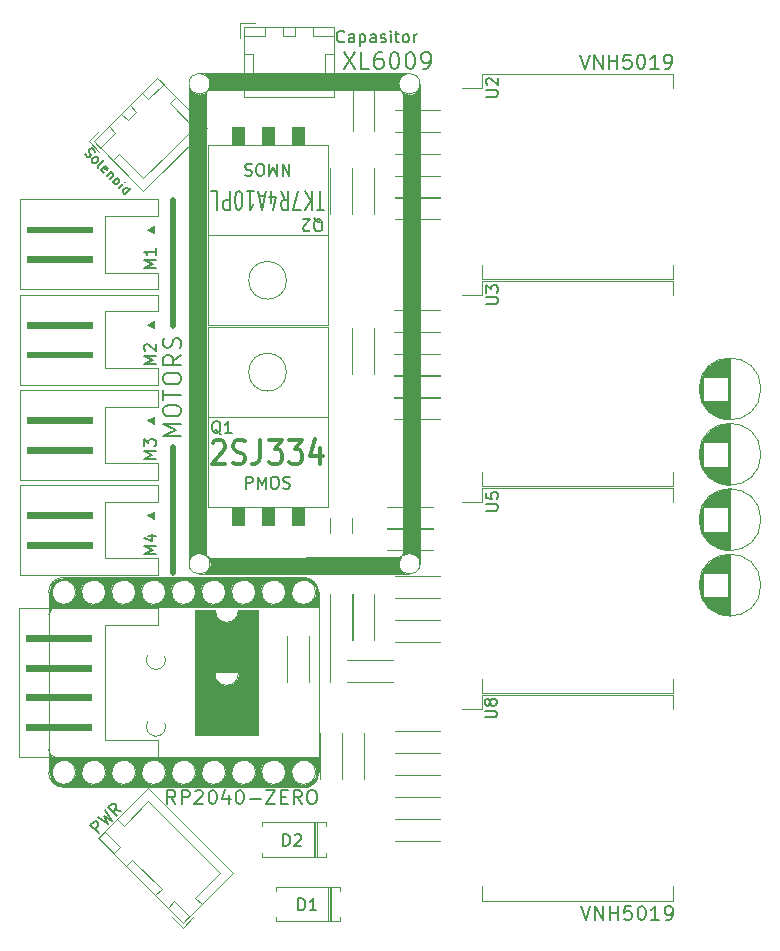
<source format=gbr>
%TF.GenerationSoftware,KiCad,Pcbnew,7.0.9*%
%TF.CreationDate,2024-06-22T14:47:38+09:00*%
%TF.ProjectId,Drive,44726976-652e-46b6-9963-61645f706362,rev?*%
%TF.SameCoordinates,Original*%
%TF.FileFunction,Legend,Top*%
%TF.FilePolarity,Positive*%
%FSLAX46Y46*%
G04 Gerber Fmt 4.6, Leading zero omitted, Abs format (unit mm)*
G04 Created by KiCad (PCBNEW 7.0.9) date 2024-06-22 14:47:38*
%MOMM*%
%LPD*%
G01*
G04 APERTURE LIST*
%ADD10C,0.500000*%
%ADD11C,0.150000*%
%ADD12C,0.200000*%
%ADD13C,0.300000*%
%ADD14C,0.120000*%
%ADD15C,0.100000*%
G04 APERTURE END LIST*
D10*
X123317000Y-94843600D02*
X123317000Y-84175600D01*
X123317000Y-73914000D02*
X123317000Y-63246000D01*
D11*
X157819969Y-123029142D02*
X158219969Y-124229142D01*
X158219969Y-124229142D02*
X158619969Y-123029142D01*
X159019969Y-124229142D02*
X159019969Y-123029142D01*
X159019969Y-123029142D02*
X159705683Y-124229142D01*
X159705683Y-124229142D02*
X159705683Y-123029142D01*
X160277112Y-124229142D02*
X160277112Y-123029142D01*
X160277112Y-123600571D02*
X160962826Y-123600571D01*
X160962826Y-124229142D02*
X160962826Y-123029142D01*
X162105683Y-123029142D02*
X161534255Y-123029142D01*
X161534255Y-123029142D02*
X161477112Y-123600571D01*
X161477112Y-123600571D02*
X161534255Y-123543428D01*
X161534255Y-123543428D02*
X161648541Y-123486285D01*
X161648541Y-123486285D02*
X161934255Y-123486285D01*
X161934255Y-123486285D02*
X162048541Y-123543428D01*
X162048541Y-123543428D02*
X162105683Y-123600571D01*
X162105683Y-123600571D02*
X162162826Y-123714857D01*
X162162826Y-123714857D02*
X162162826Y-124000571D01*
X162162826Y-124000571D02*
X162105683Y-124114857D01*
X162105683Y-124114857D02*
X162048541Y-124172000D01*
X162048541Y-124172000D02*
X161934255Y-124229142D01*
X161934255Y-124229142D02*
X161648541Y-124229142D01*
X161648541Y-124229142D02*
X161534255Y-124172000D01*
X161534255Y-124172000D02*
X161477112Y-124114857D01*
X162905683Y-123029142D02*
X163019969Y-123029142D01*
X163019969Y-123029142D02*
X163134255Y-123086285D01*
X163134255Y-123086285D02*
X163191398Y-123143428D01*
X163191398Y-123143428D02*
X163248540Y-123257714D01*
X163248540Y-123257714D02*
X163305683Y-123486285D01*
X163305683Y-123486285D02*
X163305683Y-123772000D01*
X163305683Y-123772000D02*
X163248540Y-124000571D01*
X163248540Y-124000571D02*
X163191398Y-124114857D01*
X163191398Y-124114857D02*
X163134255Y-124172000D01*
X163134255Y-124172000D02*
X163019969Y-124229142D01*
X163019969Y-124229142D02*
X162905683Y-124229142D01*
X162905683Y-124229142D02*
X162791398Y-124172000D01*
X162791398Y-124172000D02*
X162734255Y-124114857D01*
X162734255Y-124114857D02*
X162677112Y-124000571D01*
X162677112Y-124000571D02*
X162619969Y-123772000D01*
X162619969Y-123772000D02*
X162619969Y-123486285D01*
X162619969Y-123486285D02*
X162677112Y-123257714D01*
X162677112Y-123257714D02*
X162734255Y-123143428D01*
X162734255Y-123143428D02*
X162791398Y-123086285D01*
X162791398Y-123086285D02*
X162905683Y-123029142D01*
X164448540Y-124229142D02*
X163762826Y-124229142D01*
X164105683Y-124229142D02*
X164105683Y-123029142D01*
X164105683Y-123029142D02*
X163991397Y-123200571D01*
X163991397Y-123200571D02*
X163877112Y-123314857D01*
X163877112Y-123314857D02*
X163762826Y-123372000D01*
X165019969Y-124229142D02*
X165248540Y-124229142D01*
X165248540Y-124229142D02*
X165362826Y-124172000D01*
X165362826Y-124172000D02*
X165419969Y-124114857D01*
X165419969Y-124114857D02*
X165534254Y-123943428D01*
X165534254Y-123943428D02*
X165591397Y-123714857D01*
X165591397Y-123714857D02*
X165591397Y-123257714D01*
X165591397Y-123257714D02*
X165534254Y-123143428D01*
X165534254Y-123143428D02*
X165477112Y-123086285D01*
X165477112Y-123086285D02*
X165362826Y-123029142D01*
X165362826Y-123029142D02*
X165134254Y-123029142D01*
X165134254Y-123029142D02*
X165019969Y-123086285D01*
X165019969Y-123086285D02*
X164962826Y-123143428D01*
X164962826Y-123143428D02*
X164905683Y-123257714D01*
X164905683Y-123257714D02*
X164905683Y-123543428D01*
X164905683Y-123543428D02*
X164962826Y-123657714D01*
X164962826Y-123657714D02*
X165019969Y-123714857D01*
X165019969Y-123714857D02*
X165134254Y-123772000D01*
X165134254Y-123772000D02*
X165362826Y-123772000D01*
X165362826Y-123772000D02*
X165477112Y-123714857D01*
X165477112Y-123714857D02*
X165534254Y-123657714D01*
X165534254Y-123657714D02*
X165591397Y-123543428D01*
X123498112Y-114399342D02*
X123098112Y-113827914D01*
X122812398Y-114399342D02*
X122812398Y-113199342D01*
X122812398Y-113199342D02*
X123269541Y-113199342D01*
X123269541Y-113199342D02*
X123383826Y-113256485D01*
X123383826Y-113256485D02*
X123440969Y-113313628D01*
X123440969Y-113313628D02*
X123498112Y-113427914D01*
X123498112Y-113427914D02*
X123498112Y-113599342D01*
X123498112Y-113599342D02*
X123440969Y-113713628D01*
X123440969Y-113713628D02*
X123383826Y-113770771D01*
X123383826Y-113770771D02*
X123269541Y-113827914D01*
X123269541Y-113827914D02*
X122812398Y-113827914D01*
X124012398Y-114399342D02*
X124012398Y-113199342D01*
X124012398Y-113199342D02*
X124469541Y-113199342D01*
X124469541Y-113199342D02*
X124583826Y-113256485D01*
X124583826Y-113256485D02*
X124640969Y-113313628D01*
X124640969Y-113313628D02*
X124698112Y-113427914D01*
X124698112Y-113427914D02*
X124698112Y-113599342D01*
X124698112Y-113599342D02*
X124640969Y-113713628D01*
X124640969Y-113713628D02*
X124583826Y-113770771D01*
X124583826Y-113770771D02*
X124469541Y-113827914D01*
X124469541Y-113827914D02*
X124012398Y-113827914D01*
X125155255Y-113313628D02*
X125212398Y-113256485D01*
X125212398Y-113256485D02*
X125326684Y-113199342D01*
X125326684Y-113199342D02*
X125612398Y-113199342D01*
X125612398Y-113199342D02*
X125726684Y-113256485D01*
X125726684Y-113256485D02*
X125783826Y-113313628D01*
X125783826Y-113313628D02*
X125840969Y-113427914D01*
X125840969Y-113427914D02*
X125840969Y-113542200D01*
X125840969Y-113542200D02*
X125783826Y-113713628D01*
X125783826Y-113713628D02*
X125098112Y-114399342D01*
X125098112Y-114399342D02*
X125840969Y-114399342D01*
X126583826Y-113199342D02*
X126698112Y-113199342D01*
X126698112Y-113199342D02*
X126812398Y-113256485D01*
X126812398Y-113256485D02*
X126869541Y-113313628D01*
X126869541Y-113313628D02*
X126926683Y-113427914D01*
X126926683Y-113427914D02*
X126983826Y-113656485D01*
X126983826Y-113656485D02*
X126983826Y-113942200D01*
X126983826Y-113942200D02*
X126926683Y-114170771D01*
X126926683Y-114170771D02*
X126869541Y-114285057D01*
X126869541Y-114285057D02*
X126812398Y-114342200D01*
X126812398Y-114342200D02*
X126698112Y-114399342D01*
X126698112Y-114399342D02*
X126583826Y-114399342D01*
X126583826Y-114399342D02*
X126469541Y-114342200D01*
X126469541Y-114342200D02*
X126412398Y-114285057D01*
X126412398Y-114285057D02*
X126355255Y-114170771D01*
X126355255Y-114170771D02*
X126298112Y-113942200D01*
X126298112Y-113942200D02*
X126298112Y-113656485D01*
X126298112Y-113656485D02*
X126355255Y-113427914D01*
X126355255Y-113427914D02*
X126412398Y-113313628D01*
X126412398Y-113313628D02*
X126469541Y-113256485D01*
X126469541Y-113256485D02*
X126583826Y-113199342D01*
X128012398Y-113599342D02*
X128012398Y-114399342D01*
X127726683Y-113142200D02*
X127440969Y-113999342D01*
X127440969Y-113999342D02*
X128183826Y-113999342D01*
X128869540Y-113199342D02*
X128983826Y-113199342D01*
X128983826Y-113199342D02*
X129098112Y-113256485D01*
X129098112Y-113256485D02*
X129155255Y-113313628D01*
X129155255Y-113313628D02*
X129212397Y-113427914D01*
X129212397Y-113427914D02*
X129269540Y-113656485D01*
X129269540Y-113656485D02*
X129269540Y-113942200D01*
X129269540Y-113942200D02*
X129212397Y-114170771D01*
X129212397Y-114170771D02*
X129155255Y-114285057D01*
X129155255Y-114285057D02*
X129098112Y-114342200D01*
X129098112Y-114342200D02*
X128983826Y-114399342D01*
X128983826Y-114399342D02*
X128869540Y-114399342D01*
X128869540Y-114399342D02*
X128755255Y-114342200D01*
X128755255Y-114342200D02*
X128698112Y-114285057D01*
X128698112Y-114285057D02*
X128640969Y-114170771D01*
X128640969Y-114170771D02*
X128583826Y-113942200D01*
X128583826Y-113942200D02*
X128583826Y-113656485D01*
X128583826Y-113656485D02*
X128640969Y-113427914D01*
X128640969Y-113427914D02*
X128698112Y-113313628D01*
X128698112Y-113313628D02*
X128755255Y-113256485D01*
X128755255Y-113256485D02*
X128869540Y-113199342D01*
X129783826Y-113942200D02*
X130698112Y-113942200D01*
X131155254Y-113199342D02*
X131955254Y-113199342D01*
X131955254Y-113199342D02*
X131155254Y-114399342D01*
X131155254Y-114399342D02*
X131955254Y-114399342D01*
X132412397Y-113770771D02*
X132812397Y-113770771D01*
X132983825Y-114399342D02*
X132412397Y-114399342D01*
X132412397Y-114399342D02*
X132412397Y-113199342D01*
X132412397Y-113199342D02*
X132983825Y-113199342D01*
X134183825Y-114399342D02*
X133783825Y-113827914D01*
X133498111Y-114399342D02*
X133498111Y-113199342D01*
X133498111Y-113199342D02*
X133955254Y-113199342D01*
X133955254Y-113199342D02*
X134069539Y-113256485D01*
X134069539Y-113256485D02*
X134126682Y-113313628D01*
X134126682Y-113313628D02*
X134183825Y-113427914D01*
X134183825Y-113427914D02*
X134183825Y-113599342D01*
X134183825Y-113599342D02*
X134126682Y-113713628D01*
X134126682Y-113713628D02*
X134069539Y-113770771D01*
X134069539Y-113770771D02*
X133955254Y-113827914D01*
X133955254Y-113827914D02*
X133498111Y-113827914D01*
X134926682Y-113199342D02*
X135155254Y-113199342D01*
X135155254Y-113199342D02*
X135269539Y-113256485D01*
X135269539Y-113256485D02*
X135383825Y-113370771D01*
X135383825Y-113370771D02*
X135440968Y-113599342D01*
X135440968Y-113599342D02*
X135440968Y-113999342D01*
X135440968Y-113999342D02*
X135383825Y-114227914D01*
X135383825Y-114227914D02*
X135269539Y-114342200D01*
X135269539Y-114342200D02*
X135155254Y-114399342D01*
X135155254Y-114399342D02*
X134926682Y-114399342D01*
X134926682Y-114399342D02*
X134812397Y-114342200D01*
X134812397Y-114342200D02*
X134698111Y-114227914D01*
X134698111Y-114227914D02*
X134640968Y-113999342D01*
X134640968Y-113999342D02*
X134640968Y-113599342D01*
X134640968Y-113599342D02*
X134698111Y-113370771D01*
X134698111Y-113370771D02*
X134812397Y-113256485D01*
X134812397Y-113256485D02*
X134926682Y-113199342D01*
D12*
X123961228Y-83229679D02*
X122461228Y-83229679D01*
X122461228Y-83229679D02*
X123532657Y-82729679D01*
X123532657Y-82729679D02*
X122461228Y-82229679D01*
X122461228Y-82229679D02*
X123961228Y-82229679D01*
X122461228Y-81229678D02*
X122461228Y-80943964D01*
X122461228Y-80943964D02*
X122532657Y-80801107D01*
X122532657Y-80801107D02*
X122675514Y-80658250D01*
X122675514Y-80658250D02*
X122961228Y-80586821D01*
X122961228Y-80586821D02*
X123461228Y-80586821D01*
X123461228Y-80586821D02*
X123746942Y-80658250D01*
X123746942Y-80658250D02*
X123889800Y-80801107D01*
X123889800Y-80801107D02*
X123961228Y-80943964D01*
X123961228Y-80943964D02*
X123961228Y-81229678D01*
X123961228Y-81229678D02*
X123889800Y-81372536D01*
X123889800Y-81372536D02*
X123746942Y-81515393D01*
X123746942Y-81515393D02*
X123461228Y-81586821D01*
X123461228Y-81586821D02*
X122961228Y-81586821D01*
X122961228Y-81586821D02*
X122675514Y-81515393D01*
X122675514Y-81515393D02*
X122532657Y-81372536D01*
X122532657Y-81372536D02*
X122461228Y-81229678D01*
X122461228Y-80158249D02*
X122461228Y-79301107D01*
X123961228Y-79729678D02*
X122461228Y-79729678D01*
X122461228Y-78515392D02*
X122461228Y-78229678D01*
X122461228Y-78229678D02*
X122532657Y-78086821D01*
X122532657Y-78086821D02*
X122675514Y-77943964D01*
X122675514Y-77943964D02*
X122961228Y-77872535D01*
X122961228Y-77872535D02*
X123461228Y-77872535D01*
X123461228Y-77872535D02*
X123746942Y-77943964D01*
X123746942Y-77943964D02*
X123889800Y-78086821D01*
X123889800Y-78086821D02*
X123961228Y-78229678D01*
X123961228Y-78229678D02*
X123961228Y-78515392D01*
X123961228Y-78515392D02*
X123889800Y-78658250D01*
X123889800Y-78658250D02*
X123746942Y-78801107D01*
X123746942Y-78801107D02*
X123461228Y-78872535D01*
X123461228Y-78872535D02*
X122961228Y-78872535D01*
X122961228Y-78872535D02*
X122675514Y-78801107D01*
X122675514Y-78801107D02*
X122532657Y-78658250D01*
X122532657Y-78658250D02*
X122461228Y-78515392D01*
X123961228Y-76372535D02*
X123246942Y-76872535D01*
X123961228Y-77229678D02*
X122461228Y-77229678D01*
X122461228Y-77229678D02*
X122461228Y-76658249D01*
X122461228Y-76658249D02*
X122532657Y-76515392D01*
X122532657Y-76515392D02*
X122604085Y-76443963D01*
X122604085Y-76443963D02*
X122746942Y-76372535D01*
X122746942Y-76372535D02*
X122961228Y-76372535D01*
X122961228Y-76372535D02*
X123104085Y-76443963D01*
X123104085Y-76443963D02*
X123175514Y-76515392D01*
X123175514Y-76515392D02*
X123246942Y-76658249D01*
X123246942Y-76658249D02*
X123246942Y-77229678D01*
X123889800Y-75801106D02*
X123961228Y-75586821D01*
X123961228Y-75586821D02*
X123961228Y-75229678D01*
X123961228Y-75229678D02*
X123889800Y-75086821D01*
X123889800Y-75086821D02*
X123818371Y-75015392D01*
X123818371Y-75015392D02*
X123675514Y-74943963D01*
X123675514Y-74943963D02*
X123532657Y-74943963D01*
X123532657Y-74943963D02*
X123389800Y-75015392D01*
X123389800Y-75015392D02*
X123318371Y-75086821D01*
X123318371Y-75086821D02*
X123246942Y-75229678D01*
X123246942Y-75229678D02*
X123175514Y-75515392D01*
X123175514Y-75515392D02*
X123104085Y-75658249D01*
X123104085Y-75658249D02*
X123032657Y-75729678D01*
X123032657Y-75729678D02*
X122889800Y-75801106D01*
X122889800Y-75801106D02*
X122746942Y-75801106D01*
X122746942Y-75801106D02*
X122604085Y-75729678D01*
X122604085Y-75729678D02*
X122532657Y-75658249D01*
X122532657Y-75658249D02*
X122461228Y-75515392D01*
X122461228Y-75515392D02*
X122461228Y-75158249D01*
X122461228Y-75158249D02*
X122532657Y-74943963D01*
D11*
X157769169Y-50943942D02*
X158169169Y-52143942D01*
X158169169Y-52143942D02*
X158569169Y-50943942D01*
X158969169Y-52143942D02*
X158969169Y-50943942D01*
X158969169Y-50943942D02*
X159654883Y-52143942D01*
X159654883Y-52143942D02*
X159654883Y-50943942D01*
X160226312Y-52143942D02*
X160226312Y-50943942D01*
X160226312Y-51515371D02*
X160912026Y-51515371D01*
X160912026Y-52143942D02*
X160912026Y-50943942D01*
X162054883Y-50943942D02*
X161483455Y-50943942D01*
X161483455Y-50943942D02*
X161426312Y-51515371D01*
X161426312Y-51515371D02*
X161483455Y-51458228D01*
X161483455Y-51458228D02*
X161597741Y-51401085D01*
X161597741Y-51401085D02*
X161883455Y-51401085D01*
X161883455Y-51401085D02*
X161997741Y-51458228D01*
X161997741Y-51458228D02*
X162054883Y-51515371D01*
X162054883Y-51515371D02*
X162112026Y-51629657D01*
X162112026Y-51629657D02*
X162112026Y-51915371D01*
X162112026Y-51915371D02*
X162054883Y-52029657D01*
X162054883Y-52029657D02*
X161997741Y-52086800D01*
X161997741Y-52086800D02*
X161883455Y-52143942D01*
X161883455Y-52143942D02*
X161597741Y-52143942D01*
X161597741Y-52143942D02*
X161483455Y-52086800D01*
X161483455Y-52086800D02*
X161426312Y-52029657D01*
X162854883Y-50943942D02*
X162969169Y-50943942D01*
X162969169Y-50943942D02*
X163083455Y-51001085D01*
X163083455Y-51001085D02*
X163140598Y-51058228D01*
X163140598Y-51058228D02*
X163197740Y-51172514D01*
X163197740Y-51172514D02*
X163254883Y-51401085D01*
X163254883Y-51401085D02*
X163254883Y-51686800D01*
X163254883Y-51686800D02*
X163197740Y-51915371D01*
X163197740Y-51915371D02*
X163140598Y-52029657D01*
X163140598Y-52029657D02*
X163083455Y-52086800D01*
X163083455Y-52086800D02*
X162969169Y-52143942D01*
X162969169Y-52143942D02*
X162854883Y-52143942D01*
X162854883Y-52143942D02*
X162740598Y-52086800D01*
X162740598Y-52086800D02*
X162683455Y-52029657D01*
X162683455Y-52029657D02*
X162626312Y-51915371D01*
X162626312Y-51915371D02*
X162569169Y-51686800D01*
X162569169Y-51686800D02*
X162569169Y-51401085D01*
X162569169Y-51401085D02*
X162626312Y-51172514D01*
X162626312Y-51172514D02*
X162683455Y-51058228D01*
X162683455Y-51058228D02*
X162740598Y-51001085D01*
X162740598Y-51001085D02*
X162854883Y-50943942D01*
X164397740Y-52143942D02*
X163712026Y-52143942D01*
X164054883Y-52143942D02*
X164054883Y-50943942D01*
X164054883Y-50943942D02*
X163940597Y-51115371D01*
X163940597Y-51115371D02*
X163826312Y-51229657D01*
X163826312Y-51229657D02*
X163712026Y-51286800D01*
X164969169Y-52143942D02*
X165197740Y-52143942D01*
X165197740Y-52143942D02*
X165312026Y-52086800D01*
X165312026Y-52086800D02*
X165369169Y-52029657D01*
X165369169Y-52029657D02*
X165483454Y-51858228D01*
X165483454Y-51858228D02*
X165540597Y-51629657D01*
X165540597Y-51629657D02*
X165540597Y-51172514D01*
X165540597Y-51172514D02*
X165483454Y-51058228D01*
X165483454Y-51058228D02*
X165426312Y-51001085D01*
X165426312Y-51001085D02*
X165312026Y-50943942D01*
X165312026Y-50943942D02*
X165083454Y-50943942D01*
X165083454Y-50943942D02*
X164969169Y-51001085D01*
X164969169Y-51001085D02*
X164912026Y-51058228D01*
X164912026Y-51058228D02*
X164854883Y-51172514D01*
X164854883Y-51172514D02*
X164854883Y-51458228D01*
X164854883Y-51458228D02*
X164912026Y-51572514D01*
X164912026Y-51572514D02*
X164969169Y-51629657D01*
X164969169Y-51629657D02*
X165083454Y-51686800D01*
X165083454Y-51686800D02*
X165312026Y-51686800D01*
X165312026Y-51686800D02*
X165426312Y-51629657D01*
X165426312Y-51629657D02*
X165483454Y-51572514D01*
X165483454Y-51572514D02*
X165540597Y-51458228D01*
X117006196Y-116885214D02*
X116299090Y-116178107D01*
X116299090Y-116178107D02*
X116568464Y-115908733D01*
X116568464Y-115908733D02*
X116669479Y-115875061D01*
X116669479Y-115875061D02*
X116736822Y-115875061D01*
X116736822Y-115875061D02*
X116837838Y-115908733D01*
X116837838Y-115908733D02*
X116938853Y-116009748D01*
X116938853Y-116009748D02*
X116972525Y-116110763D01*
X116972525Y-116110763D02*
X116972525Y-116178107D01*
X116972525Y-116178107D02*
X116938853Y-116279122D01*
X116938853Y-116279122D02*
X116669479Y-116548496D01*
X116938853Y-115538344D02*
X117814319Y-116077092D01*
X117814319Y-116077092D02*
X117443929Y-115437328D01*
X117443929Y-115437328D02*
X118083693Y-115807718D01*
X118083693Y-115807718D02*
X117544945Y-114932252D01*
X118925486Y-114965924D02*
X118353066Y-114864909D01*
X118521425Y-115369985D02*
X117814318Y-114662878D01*
X117814318Y-114662878D02*
X118083692Y-114393504D01*
X118083692Y-114393504D02*
X118184708Y-114359833D01*
X118184708Y-114359833D02*
X118252051Y-114359833D01*
X118252051Y-114359833D02*
X118353066Y-114393504D01*
X118353066Y-114393504D02*
X118454082Y-114494520D01*
X118454082Y-114494520D02*
X118487753Y-114595535D01*
X118487753Y-114595535D02*
X118487753Y-114662878D01*
X118487753Y-114662878D02*
X118454082Y-114763894D01*
X118454082Y-114763894D02*
X118184708Y-115033268D01*
X137774704Y-49813380D02*
X137727085Y-49861000D01*
X137727085Y-49861000D02*
X137584228Y-49908619D01*
X137584228Y-49908619D02*
X137488990Y-49908619D01*
X137488990Y-49908619D02*
X137346133Y-49861000D01*
X137346133Y-49861000D02*
X137250895Y-49765761D01*
X137250895Y-49765761D02*
X137203276Y-49670523D01*
X137203276Y-49670523D02*
X137155657Y-49480047D01*
X137155657Y-49480047D02*
X137155657Y-49337190D01*
X137155657Y-49337190D02*
X137203276Y-49146714D01*
X137203276Y-49146714D02*
X137250895Y-49051476D01*
X137250895Y-49051476D02*
X137346133Y-48956238D01*
X137346133Y-48956238D02*
X137488990Y-48908619D01*
X137488990Y-48908619D02*
X137584228Y-48908619D01*
X137584228Y-48908619D02*
X137727085Y-48956238D01*
X137727085Y-48956238D02*
X137774704Y-49003857D01*
X138631847Y-49908619D02*
X138631847Y-49384809D01*
X138631847Y-49384809D02*
X138584228Y-49289571D01*
X138584228Y-49289571D02*
X138488990Y-49241952D01*
X138488990Y-49241952D02*
X138298514Y-49241952D01*
X138298514Y-49241952D02*
X138203276Y-49289571D01*
X138631847Y-49861000D02*
X138536609Y-49908619D01*
X138536609Y-49908619D02*
X138298514Y-49908619D01*
X138298514Y-49908619D02*
X138203276Y-49861000D01*
X138203276Y-49861000D02*
X138155657Y-49765761D01*
X138155657Y-49765761D02*
X138155657Y-49670523D01*
X138155657Y-49670523D02*
X138203276Y-49575285D01*
X138203276Y-49575285D02*
X138298514Y-49527666D01*
X138298514Y-49527666D02*
X138536609Y-49527666D01*
X138536609Y-49527666D02*
X138631847Y-49480047D01*
X139108038Y-49241952D02*
X139108038Y-50241952D01*
X139108038Y-49289571D02*
X139203276Y-49241952D01*
X139203276Y-49241952D02*
X139393752Y-49241952D01*
X139393752Y-49241952D02*
X139488990Y-49289571D01*
X139488990Y-49289571D02*
X139536609Y-49337190D01*
X139536609Y-49337190D02*
X139584228Y-49432428D01*
X139584228Y-49432428D02*
X139584228Y-49718142D01*
X139584228Y-49718142D02*
X139536609Y-49813380D01*
X139536609Y-49813380D02*
X139488990Y-49861000D01*
X139488990Y-49861000D02*
X139393752Y-49908619D01*
X139393752Y-49908619D02*
X139203276Y-49908619D01*
X139203276Y-49908619D02*
X139108038Y-49861000D01*
X140441371Y-49908619D02*
X140441371Y-49384809D01*
X140441371Y-49384809D02*
X140393752Y-49289571D01*
X140393752Y-49289571D02*
X140298514Y-49241952D01*
X140298514Y-49241952D02*
X140108038Y-49241952D01*
X140108038Y-49241952D02*
X140012800Y-49289571D01*
X140441371Y-49861000D02*
X140346133Y-49908619D01*
X140346133Y-49908619D02*
X140108038Y-49908619D01*
X140108038Y-49908619D02*
X140012800Y-49861000D01*
X140012800Y-49861000D02*
X139965181Y-49765761D01*
X139965181Y-49765761D02*
X139965181Y-49670523D01*
X139965181Y-49670523D02*
X140012800Y-49575285D01*
X140012800Y-49575285D02*
X140108038Y-49527666D01*
X140108038Y-49527666D02*
X140346133Y-49527666D01*
X140346133Y-49527666D02*
X140441371Y-49480047D01*
X140869943Y-49861000D02*
X140965181Y-49908619D01*
X140965181Y-49908619D02*
X141155657Y-49908619D01*
X141155657Y-49908619D02*
X141250895Y-49861000D01*
X141250895Y-49861000D02*
X141298514Y-49765761D01*
X141298514Y-49765761D02*
X141298514Y-49718142D01*
X141298514Y-49718142D02*
X141250895Y-49622904D01*
X141250895Y-49622904D02*
X141155657Y-49575285D01*
X141155657Y-49575285D02*
X141012800Y-49575285D01*
X141012800Y-49575285D02*
X140917562Y-49527666D01*
X140917562Y-49527666D02*
X140869943Y-49432428D01*
X140869943Y-49432428D02*
X140869943Y-49384809D01*
X140869943Y-49384809D02*
X140917562Y-49289571D01*
X140917562Y-49289571D02*
X141012800Y-49241952D01*
X141012800Y-49241952D02*
X141155657Y-49241952D01*
X141155657Y-49241952D02*
X141250895Y-49289571D01*
X141727086Y-49908619D02*
X141727086Y-49241952D01*
X141727086Y-48908619D02*
X141679467Y-48956238D01*
X141679467Y-48956238D02*
X141727086Y-49003857D01*
X141727086Y-49003857D02*
X141774705Y-48956238D01*
X141774705Y-48956238D02*
X141727086Y-48908619D01*
X141727086Y-48908619D02*
X141727086Y-49003857D01*
X142060419Y-49241952D02*
X142441371Y-49241952D01*
X142203276Y-48908619D02*
X142203276Y-49765761D01*
X142203276Y-49765761D02*
X142250895Y-49861000D01*
X142250895Y-49861000D02*
X142346133Y-49908619D01*
X142346133Y-49908619D02*
X142441371Y-49908619D01*
X142917562Y-49908619D02*
X142822324Y-49861000D01*
X142822324Y-49861000D02*
X142774705Y-49813380D01*
X142774705Y-49813380D02*
X142727086Y-49718142D01*
X142727086Y-49718142D02*
X142727086Y-49432428D01*
X142727086Y-49432428D02*
X142774705Y-49337190D01*
X142774705Y-49337190D02*
X142822324Y-49289571D01*
X142822324Y-49289571D02*
X142917562Y-49241952D01*
X142917562Y-49241952D02*
X143060419Y-49241952D01*
X143060419Y-49241952D02*
X143155657Y-49289571D01*
X143155657Y-49289571D02*
X143203276Y-49337190D01*
X143203276Y-49337190D02*
X143250895Y-49432428D01*
X143250895Y-49432428D02*
X143250895Y-49718142D01*
X143250895Y-49718142D02*
X143203276Y-49813380D01*
X143203276Y-49813380D02*
X143155657Y-49861000D01*
X143155657Y-49861000D02*
X143060419Y-49908619D01*
X143060419Y-49908619D02*
X142917562Y-49908619D01*
X143679467Y-49908619D02*
X143679467Y-49241952D01*
X143679467Y-49432428D02*
X143727086Y-49337190D01*
X143727086Y-49337190D02*
X143774705Y-49289571D01*
X143774705Y-49289571D02*
X143869943Y-49241952D01*
X143869943Y-49241952D02*
X143965181Y-49241952D01*
X127336561Y-83074657D02*
X127241323Y-83027038D01*
X127241323Y-83027038D02*
X127146085Y-82931800D01*
X127146085Y-82931800D02*
X127003228Y-82788942D01*
X127003228Y-82788942D02*
X126907990Y-82741323D01*
X126907990Y-82741323D02*
X126812752Y-82741323D01*
X126860371Y-82979419D02*
X126765133Y-82931800D01*
X126765133Y-82931800D02*
X126669895Y-82836561D01*
X126669895Y-82836561D02*
X126622276Y-82646085D01*
X126622276Y-82646085D02*
X126622276Y-82312752D01*
X126622276Y-82312752D02*
X126669895Y-82122276D01*
X126669895Y-82122276D02*
X126765133Y-82027038D01*
X126765133Y-82027038D02*
X126860371Y-81979419D01*
X126860371Y-81979419D02*
X127050847Y-81979419D01*
X127050847Y-81979419D02*
X127146085Y-82027038D01*
X127146085Y-82027038D02*
X127241323Y-82122276D01*
X127241323Y-82122276D02*
X127288942Y-82312752D01*
X127288942Y-82312752D02*
X127288942Y-82646085D01*
X127288942Y-82646085D02*
X127241323Y-82836561D01*
X127241323Y-82836561D02*
X127146085Y-82931800D01*
X127146085Y-82931800D02*
X127050847Y-82979419D01*
X127050847Y-82979419D02*
X126860371Y-82979419D01*
X128241323Y-82979419D02*
X127669895Y-82979419D01*
X127955609Y-82979419D02*
X127955609Y-81979419D01*
X127955609Y-81979419D02*
X127860371Y-82122276D01*
X127860371Y-82122276D02*
X127765133Y-82217514D01*
X127765133Y-82217514D02*
X127669895Y-82265133D01*
X129459267Y-87683619D02*
X129459267Y-86683619D01*
X129459267Y-86683619D02*
X129840219Y-86683619D01*
X129840219Y-86683619D02*
X129935457Y-86731238D01*
X129935457Y-86731238D02*
X129983076Y-86778857D01*
X129983076Y-86778857D02*
X130030695Y-86874095D01*
X130030695Y-86874095D02*
X130030695Y-87016952D01*
X130030695Y-87016952D02*
X129983076Y-87112190D01*
X129983076Y-87112190D02*
X129935457Y-87159809D01*
X129935457Y-87159809D02*
X129840219Y-87207428D01*
X129840219Y-87207428D02*
X129459267Y-87207428D01*
X130459267Y-87683619D02*
X130459267Y-86683619D01*
X130459267Y-86683619D02*
X130792600Y-87397904D01*
X130792600Y-87397904D02*
X131125933Y-86683619D01*
X131125933Y-86683619D02*
X131125933Y-87683619D01*
X131792600Y-86683619D02*
X131983076Y-86683619D01*
X131983076Y-86683619D02*
X132078314Y-86731238D01*
X132078314Y-86731238D02*
X132173552Y-86826476D01*
X132173552Y-86826476D02*
X132221171Y-87016952D01*
X132221171Y-87016952D02*
X132221171Y-87350285D01*
X132221171Y-87350285D02*
X132173552Y-87540761D01*
X132173552Y-87540761D02*
X132078314Y-87636000D01*
X132078314Y-87636000D02*
X131983076Y-87683619D01*
X131983076Y-87683619D02*
X131792600Y-87683619D01*
X131792600Y-87683619D02*
X131697362Y-87636000D01*
X131697362Y-87636000D02*
X131602124Y-87540761D01*
X131602124Y-87540761D02*
X131554505Y-87350285D01*
X131554505Y-87350285D02*
X131554505Y-87016952D01*
X131554505Y-87016952D02*
X131602124Y-86826476D01*
X131602124Y-86826476D02*
X131697362Y-86731238D01*
X131697362Y-86731238D02*
X131792600Y-86683619D01*
X132602124Y-87636000D02*
X132744981Y-87683619D01*
X132744981Y-87683619D02*
X132983076Y-87683619D01*
X132983076Y-87683619D02*
X133078314Y-87636000D01*
X133078314Y-87636000D02*
X133125933Y-87588380D01*
X133125933Y-87588380D02*
X133173552Y-87493142D01*
X133173552Y-87493142D02*
X133173552Y-87397904D01*
X133173552Y-87397904D02*
X133125933Y-87302666D01*
X133125933Y-87302666D02*
X133078314Y-87255047D01*
X133078314Y-87255047D02*
X132983076Y-87207428D01*
X132983076Y-87207428D02*
X132792600Y-87159809D01*
X132792600Y-87159809D02*
X132697362Y-87112190D01*
X132697362Y-87112190D02*
X132649743Y-87064571D01*
X132649743Y-87064571D02*
X132602124Y-86969333D01*
X132602124Y-86969333D02*
X132602124Y-86874095D01*
X132602124Y-86874095D02*
X132649743Y-86778857D01*
X132649743Y-86778857D02*
X132697362Y-86731238D01*
X132697362Y-86731238D02*
X132792600Y-86683619D01*
X132792600Y-86683619D02*
X133030695Y-86683619D01*
X133030695Y-86683619D02*
X133173552Y-86731238D01*
D13*
X126664028Y-83788914D02*
X126749742Y-83693676D01*
X126749742Y-83693676D02*
X126921171Y-83598438D01*
X126921171Y-83598438D02*
X127349742Y-83598438D01*
X127349742Y-83598438D02*
X127521171Y-83693676D01*
X127521171Y-83693676D02*
X127606885Y-83788914D01*
X127606885Y-83788914D02*
X127692599Y-83979390D01*
X127692599Y-83979390D02*
X127692599Y-84169866D01*
X127692599Y-84169866D02*
X127606885Y-84455580D01*
X127606885Y-84455580D02*
X126578313Y-85598438D01*
X126578313Y-85598438D02*
X127692599Y-85598438D01*
X128378314Y-85503200D02*
X128635457Y-85598438D01*
X128635457Y-85598438D02*
X129064028Y-85598438D01*
X129064028Y-85598438D02*
X129235457Y-85503200D01*
X129235457Y-85503200D02*
X129321171Y-85407961D01*
X129321171Y-85407961D02*
X129406885Y-85217485D01*
X129406885Y-85217485D02*
X129406885Y-85027009D01*
X129406885Y-85027009D02*
X129321171Y-84836533D01*
X129321171Y-84836533D02*
X129235457Y-84741295D01*
X129235457Y-84741295D02*
X129064028Y-84646057D01*
X129064028Y-84646057D02*
X128721171Y-84550819D01*
X128721171Y-84550819D02*
X128549742Y-84455580D01*
X128549742Y-84455580D02*
X128464028Y-84360342D01*
X128464028Y-84360342D02*
X128378314Y-84169866D01*
X128378314Y-84169866D02*
X128378314Y-83979390D01*
X128378314Y-83979390D02*
X128464028Y-83788914D01*
X128464028Y-83788914D02*
X128549742Y-83693676D01*
X128549742Y-83693676D02*
X128721171Y-83598438D01*
X128721171Y-83598438D02*
X129149742Y-83598438D01*
X129149742Y-83598438D02*
X129406885Y-83693676D01*
X130692600Y-83598438D02*
X130692600Y-85027009D01*
X130692600Y-85027009D02*
X130606885Y-85312723D01*
X130606885Y-85312723D02*
X130435457Y-85503200D01*
X130435457Y-85503200D02*
X130178314Y-85598438D01*
X130178314Y-85598438D02*
X130006885Y-85598438D01*
X131378314Y-83598438D02*
X132492600Y-83598438D01*
X132492600Y-83598438D02*
X131892600Y-84360342D01*
X131892600Y-84360342D02*
X132149743Y-84360342D01*
X132149743Y-84360342D02*
X132321172Y-84455580D01*
X132321172Y-84455580D02*
X132406886Y-84550819D01*
X132406886Y-84550819D02*
X132492600Y-84741295D01*
X132492600Y-84741295D02*
X132492600Y-85217485D01*
X132492600Y-85217485D02*
X132406886Y-85407961D01*
X132406886Y-85407961D02*
X132321172Y-85503200D01*
X132321172Y-85503200D02*
X132149743Y-85598438D01*
X132149743Y-85598438D02*
X131635457Y-85598438D01*
X131635457Y-85598438D02*
X131464029Y-85503200D01*
X131464029Y-85503200D02*
X131378314Y-85407961D01*
X133092600Y-83598438D02*
X134206886Y-83598438D01*
X134206886Y-83598438D02*
X133606886Y-84360342D01*
X133606886Y-84360342D02*
X133864029Y-84360342D01*
X133864029Y-84360342D02*
X134035458Y-84455580D01*
X134035458Y-84455580D02*
X134121172Y-84550819D01*
X134121172Y-84550819D02*
X134206886Y-84741295D01*
X134206886Y-84741295D02*
X134206886Y-85217485D01*
X134206886Y-85217485D02*
X134121172Y-85407961D01*
X134121172Y-85407961D02*
X134035458Y-85503200D01*
X134035458Y-85503200D02*
X133864029Y-85598438D01*
X133864029Y-85598438D02*
X133349743Y-85598438D01*
X133349743Y-85598438D02*
X133178315Y-85503200D01*
X133178315Y-85503200D02*
X133092600Y-85407961D01*
X135749744Y-84265104D02*
X135749744Y-85598438D01*
X135321172Y-83503200D02*
X134892601Y-84931771D01*
X134892601Y-84931771D02*
X136006886Y-84931771D01*
D11*
X115840030Y-59351718D02*
X115893905Y-59459468D01*
X115893905Y-59459468D02*
X116028592Y-59594155D01*
X116028592Y-59594155D02*
X116109404Y-59621092D01*
X116109404Y-59621092D02*
X116163279Y-59621092D01*
X116163279Y-59621092D02*
X116244091Y-59594155D01*
X116244091Y-59594155D02*
X116297966Y-59540280D01*
X116297966Y-59540280D02*
X116324903Y-59459468D01*
X116324903Y-59459468D02*
X116324903Y-59405593D01*
X116324903Y-59405593D02*
X116297966Y-59324781D01*
X116297966Y-59324781D02*
X116217154Y-59190094D01*
X116217154Y-59190094D02*
X116190216Y-59109282D01*
X116190216Y-59109282D02*
X116190216Y-59055407D01*
X116190216Y-59055407D02*
X116217154Y-58974595D01*
X116217154Y-58974595D02*
X116271029Y-58920720D01*
X116271029Y-58920720D02*
X116351841Y-58893782D01*
X116351841Y-58893782D02*
X116405716Y-58893782D01*
X116405716Y-58893782D02*
X116486528Y-58920720D01*
X116486528Y-58920720D02*
X116621215Y-59055407D01*
X116621215Y-59055407D02*
X116675090Y-59163156D01*
X116459591Y-60025153D02*
X116432653Y-59944341D01*
X116432653Y-59944341D02*
X116432653Y-59890466D01*
X116432653Y-59890466D02*
X116459591Y-59809654D01*
X116459591Y-59809654D02*
X116621215Y-59648030D01*
X116621215Y-59648030D02*
X116702027Y-59621092D01*
X116702027Y-59621092D02*
X116755902Y-59621092D01*
X116755902Y-59621092D02*
X116836714Y-59648030D01*
X116836714Y-59648030D02*
X116917526Y-59728842D01*
X116917526Y-59728842D02*
X116944464Y-59809654D01*
X116944464Y-59809654D02*
X116944464Y-59863529D01*
X116944464Y-59863529D02*
X116917526Y-59944341D01*
X116917526Y-59944341D02*
X116755902Y-60105966D01*
X116755902Y-60105966D02*
X116675090Y-60132903D01*
X116675090Y-60132903D02*
X116621215Y-60132903D01*
X116621215Y-60132903D02*
X116540403Y-60105966D01*
X116540403Y-60105966D02*
X116459591Y-60025153D01*
X116971402Y-60536964D02*
X116944464Y-60456152D01*
X116944464Y-60456152D02*
X116971402Y-60375340D01*
X116971402Y-60375340D02*
X117456275Y-59890467D01*
X117429338Y-60941026D02*
X117348525Y-60914088D01*
X117348525Y-60914088D02*
X117240776Y-60806339D01*
X117240776Y-60806339D02*
X117213838Y-60725526D01*
X117213838Y-60725526D02*
X117240776Y-60644714D01*
X117240776Y-60644714D02*
X117456275Y-60429215D01*
X117456275Y-60429215D02*
X117537087Y-60402278D01*
X117537087Y-60402278D02*
X117617899Y-60429215D01*
X117617899Y-60429215D02*
X117725649Y-60536965D01*
X117725649Y-60536965D02*
X117752586Y-60617777D01*
X117752586Y-60617777D02*
X117725649Y-60698589D01*
X117725649Y-60698589D02*
X117671774Y-60752464D01*
X117671774Y-60752464D02*
X117348525Y-60536965D01*
X118048898Y-60860213D02*
X117671774Y-61237337D01*
X117995023Y-60914088D02*
X118048898Y-60914088D01*
X118048898Y-60914088D02*
X118129710Y-60941025D01*
X118129710Y-60941025D02*
X118210522Y-61021838D01*
X118210522Y-61021838D02*
X118237459Y-61102650D01*
X118237459Y-61102650D02*
X118210522Y-61183462D01*
X118210522Y-61183462D02*
X117914211Y-61479774D01*
X118264397Y-61829960D02*
X118237460Y-61749148D01*
X118237460Y-61749148D02*
X118237460Y-61695273D01*
X118237460Y-61695273D02*
X118264397Y-61614461D01*
X118264397Y-61614461D02*
X118426022Y-61452836D01*
X118426022Y-61452836D02*
X118506834Y-61425899D01*
X118506834Y-61425899D02*
X118560709Y-61425899D01*
X118560709Y-61425899D02*
X118641521Y-61452836D01*
X118641521Y-61452836D02*
X118722333Y-61533649D01*
X118722333Y-61533649D02*
X118749270Y-61614461D01*
X118749270Y-61614461D02*
X118749270Y-61668336D01*
X118749270Y-61668336D02*
X118722333Y-61749148D01*
X118722333Y-61749148D02*
X118560709Y-61910772D01*
X118560709Y-61910772D02*
X118479896Y-61937710D01*
X118479896Y-61937710D02*
X118426022Y-61937710D01*
X118426022Y-61937710D02*
X118345209Y-61910772D01*
X118345209Y-61910772D02*
X118264397Y-61829960D01*
X118695396Y-62260959D02*
X119072520Y-61883835D01*
X119261081Y-61695273D02*
X119207207Y-61695273D01*
X119207207Y-61695273D02*
X119207207Y-61749148D01*
X119207207Y-61749148D02*
X119261081Y-61749148D01*
X119261081Y-61749148D02*
X119261081Y-61695273D01*
X119261081Y-61695273D02*
X119207207Y-61749148D01*
X119207206Y-62772769D02*
X119772892Y-62207084D01*
X119234144Y-62745832D02*
X119153332Y-62718894D01*
X119153332Y-62718894D02*
X119045582Y-62611145D01*
X119045582Y-62611145D02*
X119018645Y-62530333D01*
X119018645Y-62530333D02*
X119018645Y-62476458D01*
X119018645Y-62476458D02*
X119045582Y-62395646D01*
X119045582Y-62395646D02*
X119207206Y-62234021D01*
X119207206Y-62234021D02*
X119288019Y-62207084D01*
X119288019Y-62207084D02*
X119341893Y-62207084D01*
X119341893Y-62207084D02*
X119422706Y-62234021D01*
X119422706Y-62234021D02*
X119530455Y-62341771D01*
X119530455Y-62341771D02*
X119557393Y-62422583D01*
X149797419Y-72059704D02*
X150606942Y-72059704D01*
X150606942Y-72059704D02*
X150702180Y-72012085D01*
X150702180Y-72012085D02*
X150749800Y-71964466D01*
X150749800Y-71964466D02*
X150797419Y-71869228D01*
X150797419Y-71869228D02*
X150797419Y-71678752D01*
X150797419Y-71678752D02*
X150749800Y-71583514D01*
X150749800Y-71583514D02*
X150702180Y-71535895D01*
X150702180Y-71535895D02*
X150606942Y-71488276D01*
X150606942Y-71488276D02*
X149797419Y-71488276D01*
X149797419Y-71107323D02*
X149797419Y-70488276D01*
X149797419Y-70488276D02*
X150178371Y-70821609D01*
X150178371Y-70821609D02*
X150178371Y-70678752D01*
X150178371Y-70678752D02*
X150225990Y-70583514D01*
X150225990Y-70583514D02*
X150273609Y-70535895D01*
X150273609Y-70535895D02*
X150368847Y-70488276D01*
X150368847Y-70488276D02*
X150606942Y-70488276D01*
X150606942Y-70488276D02*
X150702180Y-70535895D01*
X150702180Y-70535895D02*
X150749800Y-70583514D01*
X150749800Y-70583514D02*
X150797419Y-70678752D01*
X150797419Y-70678752D02*
X150797419Y-70964466D01*
X150797419Y-70964466D02*
X150749800Y-71059704D01*
X150749800Y-71059704D02*
X150702180Y-71107323D01*
X133907305Y-123390819D02*
X133907305Y-122390819D01*
X133907305Y-122390819D02*
X134145400Y-122390819D01*
X134145400Y-122390819D02*
X134288257Y-122438438D01*
X134288257Y-122438438D02*
X134383495Y-122533676D01*
X134383495Y-122533676D02*
X134431114Y-122628914D01*
X134431114Y-122628914D02*
X134478733Y-122819390D01*
X134478733Y-122819390D02*
X134478733Y-122962247D01*
X134478733Y-122962247D02*
X134431114Y-123152723D01*
X134431114Y-123152723D02*
X134383495Y-123247961D01*
X134383495Y-123247961D02*
X134288257Y-123343200D01*
X134288257Y-123343200D02*
X134145400Y-123390819D01*
X134145400Y-123390819D02*
X133907305Y-123390819D01*
X135431114Y-123390819D02*
X134859686Y-123390819D01*
X135145400Y-123390819D02*
X135145400Y-122390819D01*
X135145400Y-122390819D02*
X135050162Y-122533676D01*
X135050162Y-122533676D02*
X134954924Y-122628914D01*
X134954924Y-122628914D02*
X134859686Y-122676533D01*
X135197838Y-64804142D02*
X135293076Y-64851761D01*
X135293076Y-64851761D02*
X135388314Y-64947000D01*
X135388314Y-64947000D02*
X135531171Y-65089857D01*
X135531171Y-65089857D02*
X135626409Y-65137476D01*
X135626409Y-65137476D02*
X135721647Y-65137476D01*
X135674028Y-64899380D02*
X135769266Y-64947000D01*
X135769266Y-64947000D02*
X135864504Y-65042238D01*
X135864504Y-65042238D02*
X135912123Y-65232714D01*
X135912123Y-65232714D02*
X135912123Y-65566047D01*
X135912123Y-65566047D02*
X135864504Y-65756523D01*
X135864504Y-65756523D02*
X135769266Y-65851761D01*
X135769266Y-65851761D02*
X135674028Y-65899380D01*
X135674028Y-65899380D02*
X135483552Y-65899380D01*
X135483552Y-65899380D02*
X135388314Y-65851761D01*
X135388314Y-65851761D02*
X135293076Y-65756523D01*
X135293076Y-65756523D02*
X135245457Y-65566047D01*
X135245457Y-65566047D02*
X135245457Y-65232714D01*
X135245457Y-65232714D02*
X135293076Y-65042238D01*
X135293076Y-65042238D02*
X135388314Y-64947000D01*
X135388314Y-64947000D02*
X135483552Y-64899380D01*
X135483552Y-64899380D02*
X135674028Y-64899380D01*
X134864504Y-65804142D02*
X134816885Y-65851761D01*
X134816885Y-65851761D02*
X134721647Y-65899380D01*
X134721647Y-65899380D02*
X134483552Y-65899380D01*
X134483552Y-65899380D02*
X134388314Y-65851761D01*
X134388314Y-65851761D02*
X134340695Y-65804142D01*
X134340695Y-65804142D02*
X134293076Y-65708904D01*
X134293076Y-65708904D02*
X134293076Y-65613666D01*
X134293076Y-65613666D02*
X134340695Y-65470809D01*
X134340695Y-65470809D02*
X134912123Y-64899380D01*
X134912123Y-64899380D02*
X134293076Y-64899380D01*
X133149742Y-60200380D02*
X133149742Y-61200380D01*
X133149742Y-61200380D02*
X132578314Y-60200380D01*
X132578314Y-60200380D02*
X132578314Y-61200380D01*
X132102123Y-60200380D02*
X132102123Y-61200380D01*
X132102123Y-61200380D02*
X131768790Y-60486095D01*
X131768790Y-60486095D02*
X131435457Y-61200380D01*
X131435457Y-61200380D02*
X131435457Y-60200380D01*
X130768790Y-61200380D02*
X130578314Y-61200380D01*
X130578314Y-61200380D02*
X130483076Y-61152761D01*
X130483076Y-61152761D02*
X130387838Y-61057523D01*
X130387838Y-61057523D02*
X130340219Y-60867047D01*
X130340219Y-60867047D02*
X130340219Y-60533714D01*
X130340219Y-60533714D02*
X130387838Y-60343238D01*
X130387838Y-60343238D02*
X130483076Y-60248000D01*
X130483076Y-60248000D02*
X130578314Y-60200380D01*
X130578314Y-60200380D02*
X130768790Y-60200380D01*
X130768790Y-60200380D02*
X130864028Y-60248000D01*
X130864028Y-60248000D02*
X130959266Y-60343238D01*
X130959266Y-60343238D02*
X131006885Y-60533714D01*
X131006885Y-60533714D02*
X131006885Y-60867047D01*
X131006885Y-60867047D02*
X130959266Y-61057523D01*
X130959266Y-61057523D02*
X130864028Y-61152761D01*
X130864028Y-61152761D02*
X130768790Y-61200380D01*
X129959266Y-60248000D02*
X129816409Y-60200380D01*
X129816409Y-60200380D02*
X129578314Y-60200380D01*
X129578314Y-60200380D02*
X129483076Y-60248000D01*
X129483076Y-60248000D02*
X129435457Y-60295619D01*
X129435457Y-60295619D02*
X129387838Y-60390857D01*
X129387838Y-60390857D02*
X129387838Y-60486095D01*
X129387838Y-60486095D02*
X129435457Y-60581333D01*
X129435457Y-60581333D02*
X129483076Y-60628952D01*
X129483076Y-60628952D02*
X129578314Y-60676571D01*
X129578314Y-60676571D02*
X129768790Y-60724190D01*
X129768790Y-60724190D02*
X129864028Y-60771809D01*
X129864028Y-60771809D02*
X129911647Y-60819428D01*
X129911647Y-60819428D02*
X129959266Y-60914666D01*
X129959266Y-60914666D02*
X129959266Y-61009904D01*
X129959266Y-61009904D02*
X129911647Y-61105142D01*
X129911647Y-61105142D02*
X129864028Y-61152761D01*
X129864028Y-61152761D02*
X129768790Y-61200380D01*
X129768790Y-61200380D02*
X129530695Y-61200380D01*
X129530695Y-61200380D02*
X129387838Y-61152761D01*
D12*
X136042600Y-64065409D02*
X135442600Y-64065409D01*
X135742600Y-62465409D02*
X135742600Y-64065409D01*
X135092600Y-62465409D02*
X135092600Y-64065409D01*
X134492600Y-62465409D02*
X134942600Y-63379695D01*
X134492600Y-64065409D02*
X135092600Y-63151123D01*
X134142600Y-64065409D02*
X133442600Y-64065409D01*
X133442600Y-64065409D02*
X133892600Y-62465409D01*
X132442600Y-62465409D02*
X132792600Y-63227314D01*
X133042600Y-62465409D02*
X133042600Y-64065409D01*
X133042600Y-64065409D02*
X132642600Y-64065409D01*
X132642600Y-64065409D02*
X132542600Y-63989219D01*
X132542600Y-63989219D02*
X132492600Y-63913028D01*
X132492600Y-63913028D02*
X132442600Y-63760647D01*
X132442600Y-63760647D02*
X132442600Y-63532076D01*
X132442600Y-63532076D02*
X132492600Y-63379695D01*
X132492600Y-63379695D02*
X132542600Y-63303504D01*
X132542600Y-63303504D02*
X132642600Y-63227314D01*
X132642600Y-63227314D02*
X133042600Y-63227314D01*
X131542600Y-63532076D02*
X131542600Y-62465409D01*
X131792600Y-64141600D02*
X132042600Y-62998742D01*
X132042600Y-62998742D02*
X131392600Y-62998742D01*
X131042600Y-62922552D02*
X130542600Y-62922552D01*
X131142600Y-62465409D02*
X130792600Y-64065409D01*
X130792600Y-64065409D02*
X130442600Y-62465409D01*
X129542600Y-62465409D02*
X130142600Y-62465409D01*
X129842600Y-62465409D02*
X129842600Y-64065409D01*
X129842600Y-64065409D02*
X129942600Y-63836838D01*
X129942600Y-63836838D02*
X130042600Y-63684457D01*
X130042600Y-63684457D02*
X130142600Y-63608266D01*
X128892600Y-64065409D02*
X128792600Y-64065409D01*
X128792600Y-64065409D02*
X128692600Y-63989219D01*
X128692600Y-63989219D02*
X128642600Y-63913028D01*
X128642600Y-63913028D02*
X128592600Y-63760647D01*
X128592600Y-63760647D02*
X128542600Y-63455885D01*
X128542600Y-63455885D02*
X128542600Y-63074933D01*
X128542600Y-63074933D02*
X128592600Y-62770171D01*
X128592600Y-62770171D02*
X128642600Y-62617790D01*
X128642600Y-62617790D02*
X128692600Y-62541600D01*
X128692600Y-62541600D02*
X128792600Y-62465409D01*
X128792600Y-62465409D02*
X128892600Y-62465409D01*
X128892600Y-62465409D02*
X128992600Y-62541600D01*
X128992600Y-62541600D02*
X129042600Y-62617790D01*
X129042600Y-62617790D02*
X129092600Y-62770171D01*
X129092600Y-62770171D02*
X129142600Y-63074933D01*
X129142600Y-63074933D02*
X129142600Y-63455885D01*
X129142600Y-63455885D02*
X129092600Y-63760647D01*
X129092600Y-63760647D02*
X129042600Y-63913028D01*
X129042600Y-63913028D02*
X128992600Y-63989219D01*
X128992600Y-63989219D02*
X128892600Y-64065409D01*
X128092600Y-62465409D02*
X128092600Y-64065409D01*
X128092600Y-64065409D02*
X127692600Y-64065409D01*
X127692600Y-64065409D02*
X127592600Y-63989219D01*
X127592600Y-63989219D02*
X127542600Y-63913028D01*
X127542600Y-63913028D02*
X127492600Y-63760647D01*
X127492600Y-63760647D02*
X127492600Y-63532076D01*
X127492600Y-63532076D02*
X127542600Y-63379695D01*
X127542600Y-63379695D02*
X127592600Y-63303504D01*
X127592600Y-63303504D02*
X127692600Y-63227314D01*
X127692600Y-63227314D02*
X128092600Y-63227314D01*
X126542600Y-62465409D02*
X127042600Y-62465409D01*
X127042600Y-62465409D02*
X127042600Y-64065409D01*
D11*
X121841419Y-77111123D02*
X120841419Y-77111123D01*
X120841419Y-77111123D02*
X121555704Y-76777790D01*
X121555704Y-76777790D02*
X120841419Y-76444457D01*
X120841419Y-76444457D02*
X121841419Y-76444457D01*
X120936657Y-76015885D02*
X120889038Y-75968266D01*
X120889038Y-75968266D02*
X120841419Y-75873028D01*
X120841419Y-75873028D02*
X120841419Y-75634933D01*
X120841419Y-75634933D02*
X120889038Y-75539695D01*
X120889038Y-75539695D02*
X120936657Y-75492076D01*
X120936657Y-75492076D02*
X121031895Y-75444457D01*
X121031895Y-75444457D02*
X121127133Y-75444457D01*
X121127133Y-75444457D02*
X121269990Y-75492076D01*
X121269990Y-75492076D02*
X121841419Y-76063504D01*
X121841419Y-76063504D02*
X121841419Y-75444457D01*
X149797419Y-89560304D02*
X150606942Y-89560304D01*
X150606942Y-89560304D02*
X150702180Y-89512685D01*
X150702180Y-89512685D02*
X150749800Y-89465066D01*
X150749800Y-89465066D02*
X150797419Y-89369828D01*
X150797419Y-89369828D02*
X150797419Y-89179352D01*
X150797419Y-89179352D02*
X150749800Y-89084114D01*
X150749800Y-89084114D02*
X150702180Y-89036495D01*
X150702180Y-89036495D02*
X150606942Y-88988876D01*
X150606942Y-88988876D02*
X149797419Y-88988876D01*
X149797419Y-88036495D02*
X149797419Y-88512685D01*
X149797419Y-88512685D02*
X150273609Y-88560304D01*
X150273609Y-88560304D02*
X150225990Y-88512685D01*
X150225990Y-88512685D02*
X150178371Y-88417447D01*
X150178371Y-88417447D02*
X150178371Y-88179352D01*
X150178371Y-88179352D02*
X150225990Y-88084114D01*
X150225990Y-88084114D02*
X150273609Y-88036495D01*
X150273609Y-88036495D02*
X150368847Y-87988876D01*
X150368847Y-87988876D02*
X150606942Y-87988876D01*
X150606942Y-87988876D02*
X150702180Y-88036495D01*
X150702180Y-88036495D02*
X150749800Y-88084114D01*
X150749800Y-88084114D02*
X150797419Y-88179352D01*
X150797419Y-88179352D02*
X150797419Y-88417447D01*
X150797419Y-88417447D02*
X150749800Y-88512685D01*
X150749800Y-88512685D02*
X150702180Y-88560304D01*
X121841419Y-69008523D02*
X120841419Y-69008523D01*
X120841419Y-69008523D02*
X121555704Y-68675190D01*
X121555704Y-68675190D02*
X120841419Y-68341857D01*
X120841419Y-68341857D02*
X121841419Y-68341857D01*
X121841419Y-67341857D02*
X121841419Y-67913285D01*
X121841419Y-67627571D02*
X120841419Y-67627571D01*
X120841419Y-67627571D02*
X120984276Y-67722809D01*
X120984276Y-67722809D02*
X121079514Y-67818047D01*
X121079514Y-67818047D02*
X121127133Y-67913285D01*
X121816019Y-85162923D02*
X120816019Y-85162923D01*
X120816019Y-85162923D02*
X121530304Y-84829590D01*
X121530304Y-84829590D02*
X120816019Y-84496257D01*
X120816019Y-84496257D02*
X121816019Y-84496257D01*
X120816019Y-84115304D02*
X120816019Y-83496257D01*
X120816019Y-83496257D02*
X121196971Y-83829590D01*
X121196971Y-83829590D02*
X121196971Y-83686733D01*
X121196971Y-83686733D02*
X121244590Y-83591495D01*
X121244590Y-83591495D02*
X121292209Y-83543876D01*
X121292209Y-83543876D02*
X121387447Y-83496257D01*
X121387447Y-83496257D02*
X121625542Y-83496257D01*
X121625542Y-83496257D02*
X121720780Y-83543876D01*
X121720780Y-83543876D02*
X121768400Y-83591495D01*
X121768400Y-83591495D02*
X121816019Y-83686733D01*
X121816019Y-83686733D02*
X121816019Y-83972447D01*
X121816019Y-83972447D02*
X121768400Y-84067685D01*
X121768400Y-84067685D02*
X121720780Y-84115304D01*
X149695819Y-107060904D02*
X150505342Y-107060904D01*
X150505342Y-107060904D02*
X150600580Y-107013285D01*
X150600580Y-107013285D02*
X150648200Y-106965666D01*
X150648200Y-106965666D02*
X150695819Y-106870428D01*
X150695819Y-106870428D02*
X150695819Y-106679952D01*
X150695819Y-106679952D02*
X150648200Y-106584714D01*
X150648200Y-106584714D02*
X150600580Y-106537095D01*
X150600580Y-106537095D02*
X150505342Y-106489476D01*
X150505342Y-106489476D02*
X149695819Y-106489476D01*
X150124390Y-105870428D02*
X150076771Y-105965666D01*
X150076771Y-105965666D02*
X150029152Y-106013285D01*
X150029152Y-106013285D02*
X149933914Y-106060904D01*
X149933914Y-106060904D02*
X149886295Y-106060904D01*
X149886295Y-106060904D02*
X149791057Y-106013285D01*
X149791057Y-106013285D02*
X149743438Y-105965666D01*
X149743438Y-105965666D02*
X149695819Y-105870428D01*
X149695819Y-105870428D02*
X149695819Y-105679952D01*
X149695819Y-105679952D02*
X149743438Y-105584714D01*
X149743438Y-105584714D02*
X149791057Y-105537095D01*
X149791057Y-105537095D02*
X149886295Y-105489476D01*
X149886295Y-105489476D02*
X149933914Y-105489476D01*
X149933914Y-105489476D02*
X150029152Y-105537095D01*
X150029152Y-105537095D02*
X150076771Y-105584714D01*
X150076771Y-105584714D02*
X150124390Y-105679952D01*
X150124390Y-105679952D02*
X150124390Y-105870428D01*
X150124390Y-105870428D02*
X150172009Y-105965666D01*
X150172009Y-105965666D02*
X150219628Y-106013285D01*
X150219628Y-106013285D02*
X150314866Y-106060904D01*
X150314866Y-106060904D02*
X150505342Y-106060904D01*
X150505342Y-106060904D02*
X150600580Y-106013285D01*
X150600580Y-106013285D02*
X150648200Y-105965666D01*
X150648200Y-105965666D02*
X150695819Y-105870428D01*
X150695819Y-105870428D02*
X150695819Y-105679952D01*
X150695819Y-105679952D02*
X150648200Y-105584714D01*
X150648200Y-105584714D02*
X150600580Y-105537095D01*
X150600580Y-105537095D02*
X150505342Y-105489476D01*
X150505342Y-105489476D02*
X150314866Y-105489476D01*
X150314866Y-105489476D02*
X150219628Y-105537095D01*
X150219628Y-105537095D02*
X150172009Y-105584714D01*
X150172009Y-105584714D02*
X150124390Y-105679952D01*
X132637305Y-117955219D02*
X132637305Y-116955219D01*
X132637305Y-116955219D02*
X132875400Y-116955219D01*
X132875400Y-116955219D02*
X133018257Y-117002838D01*
X133018257Y-117002838D02*
X133113495Y-117098076D01*
X133113495Y-117098076D02*
X133161114Y-117193314D01*
X133161114Y-117193314D02*
X133208733Y-117383790D01*
X133208733Y-117383790D02*
X133208733Y-117526647D01*
X133208733Y-117526647D02*
X133161114Y-117717123D01*
X133161114Y-117717123D02*
X133113495Y-117812361D01*
X133113495Y-117812361D02*
X133018257Y-117907600D01*
X133018257Y-117907600D02*
X132875400Y-117955219D01*
X132875400Y-117955219D02*
X132637305Y-117955219D01*
X133589686Y-117050457D02*
X133637305Y-117002838D01*
X133637305Y-117002838D02*
X133732543Y-116955219D01*
X133732543Y-116955219D02*
X133970638Y-116955219D01*
X133970638Y-116955219D02*
X134065876Y-117002838D01*
X134065876Y-117002838D02*
X134113495Y-117050457D01*
X134113495Y-117050457D02*
X134161114Y-117145695D01*
X134161114Y-117145695D02*
X134161114Y-117240933D01*
X134161114Y-117240933D02*
X134113495Y-117383790D01*
X134113495Y-117383790D02*
X133542067Y-117955219D01*
X133542067Y-117955219D02*
X134161114Y-117955219D01*
X121841419Y-93240123D02*
X120841419Y-93240123D01*
X120841419Y-93240123D02*
X121555704Y-92906790D01*
X121555704Y-92906790D02*
X120841419Y-92573457D01*
X120841419Y-92573457D02*
X121841419Y-92573457D01*
X121174752Y-91668695D02*
X121841419Y-91668695D01*
X120793800Y-91906790D02*
X121508085Y-92144885D01*
X121508085Y-92144885D02*
X121508085Y-91525838D01*
X149797419Y-54508304D02*
X150606942Y-54508304D01*
X150606942Y-54508304D02*
X150702180Y-54460685D01*
X150702180Y-54460685D02*
X150749800Y-54413066D01*
X150749800Y-54413066D02*
X150797419Y-54317828D01*
X150797419Y-54317828D02*
X150797419Y-54127352D01*
X150797419Y-54127352D02*
X150749800Y-54032114D01*
X150749800Y-54032114D02*
X150702180Y-53984495D01*
X150702180Y-53984495D02*
X150606942Y-53936876D01*
X150606942Y-53936876D02*
X149797419Y-53936876D01*
X149892657Y-53508304D02*
X149845038Y-53460685D01*
X149845038Y-53460685D02*
X149797419Y-53365447D01*
X149797419Y-53365447D02*
X149797419Y-53127352D01*
X149797419Y-53127352D02*
X149845038Y-53032114D01*
X149845038Y-53032114D02*
X149892657Y-52984495D01*
X149892657Y-52984495D02*
X149987895Y-52936876D01*
X149987895Y-52936876D02*
X150083133Y-52936876D01*
X150083133Y-52936876D02*
X150225990Y-52984495D01*
X150225990Y-52984495D02*
X150797419Y-53555923D01*
X150797419Y-53555923D02*
X150797419Y-52936876D01*
X137778001Y-50751066D02*
X138711334Y-52151066D01*
X138711334Y-50751066D02*
X137778001Y-52151066D01*
X139911334Y-52151066D02*
X139244667Y-52151066D01*
X139244667Y-52151066D02*
X139244667Y-50751066D01*
X140978000Y-50751066D02*
X140711333Y-50751066D01*
X140711333Y-50751066D02*
X140578000Y-50817733D01*
X140578000Y-50817733D02*
X140511333Y-50884400D01*
X140511333Y-50884400D02*
X140378000Y-51084400D01*
X140378000Y-51084400D02*
X140311333Y-51351066D01*
X140311333Y-51351066D02*
X140311333Y-51884400D01*
X140311333Y-51884400D02*
X140378000Y-52017733D01*
X140378000Y-52017733D02*
X140444667Y-52084400D01*
X140444667Y-52084400D02*
X140578000Y-52151066D01*
X140578000Y-52151066D02*
X140844667Y-52151066D01*
X140844667Y-52151066D02*
X140978000Y-52084400D01*
X140978000Y-52084400D02*
X141044667Y-52017733D01*
X141044667Y-52017733D02*
X141111333Y-51884400D01*
X141111333Y-51884400D02*
X141111333Y-51551066D01*
X141111333Y-51551066D02*
X141044667Y-51417733D01*
X141044667Y-51417733D02*
X140978000Y-51351066D01*
X140978000Y-51351066D02*
X140844667Y-51284400D01*
X140844667Y-51284400D02*
X140578000Y-51284400D01*
X140578000Y-51284400D02*
X140444667Y-51351066D01*
X140444667Y-51351066D02*
X140378000Y-51417733D01*
X140378000Y-51417733D02*
X140311333Y-51551066D01*
X141978000Y-50751066D02*
X142111333Y-50751066D01*
X142111333Y-50751066D02*
X142244666Y-50817733D01*
X142244666Y-50817733D02*
X142311333Y-50884400D01*
X142311333Y-50884400D02*
X142378000Y-51017733D01*
X142378000Y-51017733D02*
X142444666Y-51284400D01*
X142444666Y-51284400D02*
X142444666Y-51617733D01*
X142444666Y-51617733D02*
X142378000Y-51884400D01*
X142378000Y-51884400D02*
X142311333Y-52017733D01*
X142311333Y-52017733D02*
X142244666Y-52084400D01*
X142244666Y-52084400D02*
X142111333Y-52151066D01*
X142111333Y-52151066D02*
X141978000Y-52151066D01*
X141978000Y-52151066D02*
X141844666Y-52084400D01*
X141844666Y-52084400D02*
X141778000Y-52017733D01*
X141778000Y-52017733D02*
X141711333Y-51884400D01*
X141711333Y-51884400D02*
X141644666Y-51617733D01*
X141644666Y-51617733D02*
X141644666Y-51284400D01*
X141644666Y-51284400D02*
X141711333Y-51017733D01*
X141711333Y-51017733D02*
X141778000Y-50884400D01*
X141778000Y-50884400D02*
X141844666Y-50817733D01*
X141844666Y-50817733D02*
X141978000Y-50751066D01*
X143311333Y-50751066D02*
X143444666Y-50751066D01*
X143444666Y-50751066D02*
X143577999Y-50817733D01*
X143577999Y-50817733D02*
X143644666Y-50884400D01*
X143644666Y-50884400D02*
X143711333Y-51017733D01*
X143711333Y-51017733D02*
X143777999Y-51284400D01*
X143777999Y-51284400D02*
X143777999Y-51617733D01*
X143777999Y-51617733D02*
X143711333Y-51884400D01*
X143711333Y-51884400D02*
X143644666Y-52017733D01*
X143644666Y-52017733D02*
X143577999Y-52084400D01*
X143577999Y-52084400D02*
X143444666Y-52151066D01*
X143444666Y-52151066D02*
X143311333Y-52151066D01*
X143311333Y-52151066D02*
X143177999Y-52084400D01*
X143177999Y-52084400D02*
X143111333Y-52017733D01*
X143111333Y-52017733D02*
X143044666Y-51884400D01*
X143044666Y-51884400D02*
X142977999Y-51617733D01*
X142977999Y-51617733D02*
X142977999Y-51284400D01*
X142977999Y-51284400D02*
X143044666Y-51017733D01*
X143044666Y-51017733D02*
X143111333Y-50884400D01*
X143111333Y-50884400D02*
X143177999Y-50817733D01*
X143177999Y-50817733D02*
X143311333Y-50751066D01*
X144444666Y-52151066D02*
X144711332Y-52151066D01*
X144711332Y-52151066D02*
X144844666Y-52084400D01*
X144844666Y-52084400D02*
X144911332Y-52017733D01*
X144911332Y-52017733D02*
X145044666Y-51817733D01*
X145044666Y-51817733D02*
X145111332Y-51551066D01*
X145111332Y-51551066D02*
X145111332Y-51017733D01*
X145111332Y-51017733D02*
X145044666Y-50884400D01*
X145044666Y-50884400D02*
X144977999Y-50817733D01*
X144977999Y-50817733D02*
X144844666Y-50751066D01*
X144844666Y-50751066D02*
X144577999Y-50751066D01*
X144577999Y-50751066D02*
X144444666Y-50817733D01*
X144444666Y-50817733D02*
X144377999Y-50884400D01*
X144377999Y-50884400D02*
X144311332Y-51017733D01*
X144311332Y-51017733D02*
X144311332Y-51351066D01*
X144311332Y-51351066D02*
X144377999Y-51484400D01*
X144377999Y-51484400D02*
X144444666Y-51551066D01*
X144444666Y-51551066D02*
X144577999Y-51617733D01*
X144577999Y-51617733D02*
X144844666Y-51617733D01*
X144844666Y-51617733D02*
X144977999Y-51551066D01*
X144977999Y-51551066D02*
X145044666Y-51484400D01*
X145044666Y-51484400D02*
X145111332Y-51351066D01*
D14*
%TO.C,PWR*%
X124124311Y-124863798D02*
X125008194Y-123979914D01*
X124124311Y-124453676D02*
X128345738Y-120232249D01*
X128345738Y-120232249D02*
X121189818Y-113076328D01*
X124124311Y-124439534D02*
X124654641Y-123909204D01*
X124654641Y-123909204D02*
X123381849Y-122636412D01*
X125715301Y-122848544D02*
X125184971Y-122318214D01*
X125184971Y-122318214D02*
X127270936Y-120232249D01*
X127270936Y-120232249D02*
X124230377Y-117191689D01*
X123240427Y-123979914D02*
X124124311Y-124863798D01*
X122851518Y-123166742D02*
X124124311Y-124439534D01*
X123381849Y-122636412D02*
X122851518Y-123166742D01*
X121790858Y-122106082D02*
X122321188Y-121575751D01*
X122321188Y-121575751D02*
X119846315Y-119100878D01*
X119315985Y-119631208D02*
X121790858Y-122106082D01*
X119846315Y-119100878D02*
X119315985Y-119631208D01*
X118255324Y-118570548D02*
X118785654Y-118040218D01*
X118785654Y-118040218D02*
X117512862Y-116767425D01*
X119103853Y-116237095D02*
X121189818Y-114151130D01*
X121189818Y-114151130D02*
X124230377Y-117191689D01*
X116982532Y-117297755D02*
X118255324Y-118570548D01*
X117512862Y-116767425D02*
X116982532Y-117297755D01*
X118573522Y-115706765D02*
X119103853Y-116237095D01*
X116968390Y-117297755D02*
X124124311Y-124453676D01*
X121189818Y-113076328D02*
X116968390Y-117297755D01*
%TO.C,C4*%
X170439913Y-92902400D02*
X170439913Y-87742400D01*
X170399913Y-92902400D02*
X170399913Y-87742400D01*
X170359913Y-92901400D02*
X170359913Y-87743400D01*
X170319913Y-92900400D02*
X170319913Y-87744400D01*
X170279913Y-92898400D02*
X170279913Y-87746400D01*
X170239913Y-92895400D02*
X170239913Y-87749400D01*
X170199913Y-92891400D02*
X170199913Y-91362400D01*
X170199913Y-89282400D02*
X170199913Y-87753400D01*
X170159913Y-92887400D02*
X170159913Y-91362400D01*
X170159913Y-89282400D02*
X170159913Y-87757400D01*
X170119913Y-92883400D02*
X170119913Y-91362400D01*
X170119913Y-89282400D02*
X170119913Y-87761400D01*
X170079913Y-92878400D02*
X170079913Y-91362400D01*
X170079913Y-89282400D02*
X170079913Y-87766400D01*
X170039913Y-92872400D02*
X170039913Y-91362400D01*
X170039913Y-89282400D02*
X170039913Y-87772400D01*
X169999913Y-92865400D02*
X169999913Y-91362400D01*
X169999913Y-89282400D02*
X169999913Y-87779400D01*
X169959913Y-92858400D02*
X169959913Y-91362400D01*
X169959913Y-89282400D02*
X169959913Y-87786400D01*
X169919913Y-92850400D02*
X169919913Y-91362400D01*
X169919913Y-89282400D02*
X169919913Y-87794400D01*
X169879913Y-92842400D02*
X169879913Y-91362400D01*
X169879913Y-89282400D02*
X169879913Y-87802400D01*
X169839913Y-92833400D02*
X169839913Y-91362400D01*
X169839913Y-89282400D02*
X169839913Y-87811400D01*
X169799913Y-92823400D02*
X169799913Y-91362400D01*
X169799913Y-89282400D02*
X169799913Y-87821400D01*
X169759913Y-92813400D02*
X169759913Y-91362400D01*
X169759913Y-89282400D02*
X169759913Y-87831400D01*
X169718913Y-92802400D02*
X169718913Y-91362400D01*
X169718913Y-89282400D02*
X169718913Y-87842400D01*
X169678913Y-92790400D02*
X169678913Y-91362400D01*
X169678913Y-89282400D02*
X169678913Y-87854400D01*
X169638913Y-92777400D02*
X169638913Y-91362400D01*
X169638913Y-89282400D02*
X169638913Y-87867400D01*
X169598913Y-92764400D02*
X169598913Y-91362400D01*
X169598913Y-89282400D02*
X169598913Y-87880400D01*
X169558913Y-92750400D02*
X169558913Y-91362400D01*
X169558913Y-89282400D02*
X169558913Y-87894400D01*
X169518913Y-92736400D02*
X169518913Y-91362400D01*
X169518913Y-89282400D02*
X169518913Y-87908400D01*
X169478913Y-92720400D02*
X169478913Y-91362400D01*
X169478913Y-89282400D02*
X169478913Y-87924400D01*
X169438913Y-92704400D02*
X169438913Y-91362400D01*
X169438913Y-89282400D02*
X169438913Y-87940400D01*
X169398913Y-92687400D02*
X169398913Y-91362400D01*
X169398913Y-89282400D02*
X169398913Y-87957400D01*
X169358913Y-92670400D02*
X169358913Y-91362400D01*
X169358913Y-89282400D02*
X169358913Y-87974400D01*
X169318913Y-92651400D02*
X169318913Y-91362400D01*
X169318913Y-89282400D02*
X169318913Y-87993400D01*
X169278913Y-92632400D02*
X169278913Y-91362400D01*
X169278913Y-89282400D02*
X169278913Y-88012400D01*
X169238913Y-92612400D02*
X169238913Y-91362400D01*
X169238913Y-89282400D02*
X169238913Y-88032400D01*
X169198913Y-92590400D02*
X169198913Y-91362400D01*
X169198913Y-89282400D02*
X169198913Y-88054400D01*
X169158913Y-92569400D02*
X169158913Y-91362400D01*
X169158913Y-89282400D02*
X169158913Y-88075400D01*
X169118913Y-92546400D02*
X169118913Y-91362400D01*
X169118913Y-89282400D02*
X169118913Y-88098400D01*
X169078913Y-92522400D02*
X169078913Y-91362400D01*
X169078913Y-89282400D02*
X169078913Y-88122400D01*
X169038913Y-92497400D02*
X169038913Y-91362400D01*
X169038913Y-89282400D02*
X169038913Y-88147400D01*
X168998913Y-92471400D02*
X168998913Y-91362400D01*
X168998913Y-89282400D02*
X168998913Y-88173400D01*
X168958913Y-92444400D02*
X168958913Y-91362400D01*
X168958913Y-89282400D02*
X168958913Y-88200400D01*
X168918913Y-92417400D02*
X168918913Y-91362400D01*
X168918913Y-89282400D02*
X168918913Y-88227400D01*
X168878913Y-92387400D02*
X168878913Y-91362400D01*
X168878913Y-89282400D02*
X168878913Y-88257400D01*
X168838913Y-92357400D02*
X168838913Y-91362400D01*
X168838913Y-89282400D02*
X168838913Y-88287400D01*
X168798913Y-92326400D02*
X168798913Y-91362400D01*
X168798913Y-89282400D02*
X168798913Y-88318400D01*
X168758913Y-92293400D02*
X168758913Y-91362400D01*
X168758913Y-89282400D02*
X168758913Y-88351400D01*
X168718913Y-92259400D02*
X168718913Y-91362400D01*
X168718913Y-89282400D02*
X168718913Y-88385400D01*
X168678913Y-92223400D02*
X168678913Y-91362400D01*
X168678913Y-89282400D02*
X168678913Y-88421400D01*
X168638913Y-92186400D02*
X168638913Y-91362400D01*
X168638913Y-89282400D02*
X168638913Y-88458400D01*
X168598913Y-92148400D02*
X168598913Y-91362400D01*
X168598913Y-89282400D02*
X168598913Y-88496400D01*
X168558913Y-92107400D02*
X168558913Y-91362400D01*
X168558913Y-89282400D02*
X168558913Y-88537400D01*
X168518913Y-92065400D02*
X168518913Y-91362400D01*
X168518913Y-89282400D02*
X168518913Y-88579400D01*
X168478913Y-92021400D02*
X168478913Y-91362400D01*
X168478913Y-89282400D02*
X168478913Y-88623400D01*
X168438913Y-91975400D02*
X168438913Y-91362400D01*
X168438913Y-89282400D02*
X168438913Y-88669400D01*
X168398913Y-91927400D02*
X168398913Y-91362400D01*
X168398913Y-89282400D02*
X168398913Y-88717400D01*
X168358913Y-91876400D02*
X168358913Y-91362400D01*
X168358913Y-89282400D02*
X168358913Y-88768400D01*
X168318913Y-91822400D02*
X168318913Y-91362400D01*
X168318913Y-89282400D02*
X168318913Y-88822400D01*
X168278913Y-91765400D02*
X168278913Y-91362400D01*
X168278913Y-89282400D02*
X168278913Y-88879400D01*
X168238913Y-91705400D02*
X168238913Y-91362400D01*
X168238913Y-89282400D02*
X168238913Y-88939400D01*
X168198913Y-91641400D02*
X168198913Y-91362400D01*
X168198913Y-89282400D02*
X168198913Y-89003400D01*
X168158913Y-91573400D02*
X168158913Y-91362400D01*
X168158913Y-89282400D02*
X168158913Y-89071400D01*
X168118913Y-91500400D02*
X168118913Y-89144400D01*
X168078913Y-91420400D02*
X168078913Y-89224400D01*
X168038913Y-91333400D02*
X168038913Y-89311400D01*
X167998913Y-91237400D02*
X167998913Y-89407400D01*
X167958913Y-91127400D02*
X167958913Y-89517400D01*
X167918913Y-90999400D02*
X167918913Y-89645400D01*
X167878913Y-90840400D02*
X167878913Y-89804400D01*
X167838913Y-90606400D02*
X167838913Y-90038400D01*
X173059913Y-90322400D02*
G75*
G03*
X173059913Y-90322400I-2620000J0D01*
G01*
%TO.C,R25*%
X145887200Y-113797600D02*
X142047200Y-113797600D01*
X145887200Y-111957600D02*
X142047200Y-111957600D01*
%TO.C,R23*%
X145887200Y-110089200D02*
X142047200Y-110089200D01*
X145887200Y-108249200D02*
X142047200Y-108249200D01*
%TO.C,R33*%
X138475200Y-64404000D02*
X138475200Y-60564000D01*
X140315200Y-64404000D02*
X140315200Y-60564000D01*
%TO.C,R5*%
X145887200Y-61194200D02*
X142047200Y-61194200D01*
X145887200Y-59354200D02*
X142047200Y-59354200D01*
%TO.C,Capasitor*%
X129001400Y-48304000D02*
X129001400Y-49554000D01*
X129291400Y-48594000D02*
X129291400Y-54564000D01*
X129291400Y-54564000D02*
X136911400Y-54564000D01*
X129301400Y-48604000D02*
X129301400Y-49354000D01*
X129301400Y-49354000D02*
X131101400Y-49354000D01*
X129301400Y-50854000D02*
X130051400Y-50854000D01*
X130051400Y-50854000D02*
X130051400Y-53804000D01*
X130051400Y-53804000D02*
X133101400Y-53804000D01*
X130251400Y-48304000D02*
X129001400Y-48304000D01*
X131101400Y-48604000D02*
X129301400Y-48604000D01*
X131101400Y-49354000D02*
X131101400Y-48604000D01*
X132601400Y-48604000D02*
X132601400Y-49354000D01*
X132601400Y-49354000D02*
X133601400Y-49354000D01*
X133601400Y-48604000D02*
X132601400Y-48604000D01*
X133601400Y-49354000D02*
X133601400Y-48604000D01*
X135101400Y-48604000D02*
X135101400Y-49354000D01*
X135101400Y-49354000D02*
X136901400Y-49354000D01*
X136151400Y-50854000D02*
X136151400Y-53804000D01*
X136151400Y-53804000D02*
X133101400Y-53804000D01*
X136901400Y-48604000D02*
X135101400Y-48604000D01*
X136901400Y-49354000D02*
X136901400Y-48604000D01*
X136901400Y-50854000D02*
X136151400Y-50854000D01*
X136911400Y-48594000D02*
X129291400Y-48594000D01*
X136911400Y-54564000D02*
X136911400Y-48594000D01*
%TO.C,Q1*%
X126212600Y-74020800D02*
X136372600Y-74020800D01*
X126212600Y-81640800D02*
X136372600Y-81640800D01*
X126212600Y-89260800D02*
X126212600Y-74020800D01*
X136372600Y-74020800D02*
X136372600Y-89260800D01*
X136372600Y-89260800D02*
X126212600Y-89260800D01*
X132892600Y-77830800D02*
G75*
G03*
X132892600Y-77830800I-1600000J0D01*
G01*
X129260600Y-90784800D02*
X128244600Y-90784800D01*
X128244600Y-89260800D01*
X129260600Y-89260800D01*
X129260600Y-90784800D01*
G36*
X129260600Y-90784800D02*
G01*
X128244600Y-90784800D01*
X128244600Y-89260800D01*
X129260600Y-89260800D01*
X129260600Y-90784800D01*
G37*
X131800600Y-90784800D02*
X130784600Y-90784800D01*
X130784600Y-89260800D01*
X131800600Y-89260800D01*
X131800600Y-90784800D01*
G36*
X131800600Y-90784800D02*
G01*
X130784600Y-90784800D01*
X130784600Y-89260800D01*
X131800600Y-89260800D01*
X131800600Y-90784800D01*
G37*
X134340600Y-90784800D02*
X133324600Y-90784800D01*
X133324600Y-89260800D01*
X134340600Y-89260800D01*
X134340600Y-90784800D01*
G36*
X134340600Y-90784800D02*
G01*
X133324600Y-90784800D01*
X133324600Y-89260800D01*
X134340600Y-89260800D01*
X134340600Y-90784800D01*
G37*
%TO.C,R12*%
X145861800Y-79964800D02*
X142021800Y-79964800D01*
X145861800Y-78124800D02*
X142021800Y-78124800D01*
%TO.C,R22*%
X145887200Y-111943400D02*
X142047200Y-111943400D01*
X145887200Y-110103400D02*
X142047200Y-110103400D01*
%TO.C,R13*%
X140340600Y-96657400D02*
X140340600Y-100497400D01*
X138500600Y-96657400D02*
X138500600Y-100497400D01*
%TO.C,Solenoid*%
X116156802Y-58287511D02*
X117040686Y-59171394D01*
X116566924Y-58287511D02*
X120788351Y-62508938D01*
X120788351Y-62508938D02*
X126176505Y-57120784D01*
X116581066Y-58287511D02*
X117111396Y-58817841D01*
X117111396Y-58817841D02*
X118384188Y-57545049D01*
X118172056Y-59878501D02*
X118702386Y-59348171D01*
X118702386Y-59348171D02*
X120788351Y-61434136D01*
X120788351Y-61434136D02*
X122945027Y-59277460D01*
X117040686Y-57403627D02*
X116156802Y-58287511D01*
X117853858Y-57014718D02*
X116581066Y-58287511D01*
X118384188Y-57545049D02*
X117853858Y-57014718D01*
X118914518Y-55954058D02*
X119444849Y-56484388D01*
X119444849Y-56484388D02*
X120151955Y-55777282D01*
X119621625Y-55246952D02*
X118914518Y-55954058D01*
X120151955Y-55777282D02*
X119621625Y-55246952D01*
X120682285Y-54186291D02*
X121212616Y-54716621D01*
X121212616Y-54716621D02*
X122485408Y-53443829D01*
X123015738Y-55034819D02*
X125101703Y-57120784D01*
X125101703Y-57120784D02*
X122945027Y-59277460D01*
X121955078Y-52913499D02*
X120682285Y-54186291D01*
X122485408Y-53443829D02*
X121955078Y-52913499D01*
X123546068Y-54504489D02*
X123015738Y-55034819D01*
X121955078Y-52899357D02*
X116566924Y-58287511D01*
X126176505Y-57120784D02*
X121955078Y-52899357D01*
%TO.C,R24*%
X145887200Y-117506000D02*
X142047200Y-117506000D01*
X145887200Y-115666000D02*
X142047200Y-115666000D01*
%TO.C,R6*%
X145887200Y-63048400D02*
X142047200Y-63048400D01*
X145887200Y-61208400D02*
X142047200Y-61208400D01*
%TO.C,U3*%
X149424400Y-70090200D02*
X149424400Y-71290200D01*
X149424400Y-71290200D02*
X147724400Y-71290200D01*
X149424400Y-87490200D02*
X149424400Y-86290200D01*
X149524400Y-70090200D02*
X149424400Y-70090200D01*
X165524400Y-70090200D02*
X149524400Y-70090200D01*
X165524400Y-70090200D02*
X165624400Y-70090200D01*
X165524400Y-87490200D02*
X149424400Y-87490200D01*
X165524400Y-87490200D02*
X165624400Y-87490200D01*
X165624400Y-70090200D02*
X165624400Y-71290200D01*
X165624400Y-87490200D02*
X165624400Y-86290200D01*
%TO.C,R28*%
X145887200Y-115651800D02*
X142047200Y-115651800D01*
X145887200Y-113811800D02*
X142047200Y-113811800D01*
%TO.C,R31*%
X134761200Y-100213400D02*
X134761200Y-104053400D01*
X132921200Y-100213400D02*
X132921200Y-104053400D01*
%TO.C,U6*%
X125172800Y-98004400D02*
X125172800Y-103204400D01*
X125172800Y-103204400D02*
X130472800Y-103204400D01*
X126822800Y-98004400D02*
X125172800Y-98004400D01*
X130472800Y-98004400D02*
X128822800Y-98004400D01*
X130472800Y-103204400D02*
X130472800Y-98004400D01*
X126822800Y-98004400D02*
G75*
G03*
X128822800Y-98004400I1000000J0D01*
G01*
D15*
X126908400Y-98496200D02*
X127314800Y-98928000D01*
X127822800Y-99029800D01*
X128381600Y-98928000D01*
X128788000Y-98420000D01*
X128822800Y-98004400D01*
X130472800Y-98004400D01*
X130472800Y-103204400D01*
X125172800Y-103204400D01*
X125172800Y-98004400D01*
X126822800Y-98004400D01*
X126908400Y-98496200D01*
G36*
X126908400Y-98496200D02*
G01*
X127314800Y-98928000D01*
X127822800Y-99029800D01*
X128381600Y-98928000D01*
X128788000Y-98420000D01*
X128822800Y-98004400D01*
X130472800Y-98004400D01*
X130472800Y-103204400D01*
X125172800Y-103204400D01*
X125172800Y-98004400D01*
X126822800Y-98004400D01*
X126908400Y-98496200D01*
G37*
%TO.C,U1*%
X114019000Y-112979200D02*
X134339000Y-112979200D01*
X112749000Y-111709200D02*
X112749000Y-96469200D01*
X135609000Y-111709200D02*
X135609000Y-96469200D01*
X114019000Y-110439200D02*
X113384000Y-110439200D01*
X114019000Y-110439200D02*
X132434000Y-110439200D01*
X114019000Y-97739200D02*
X113384000Y-97739200D01*
X132434000Y-97739200D02*
X114019000Y-97739200D01*
X114019000Y-95199200D02*
X134339000Y-95199200D01*
X112749000Y-111709200D02*
G75*
G03*
X114019000Y-112979200I1269999J-1D01*
G01*
X134339000Y-112979200D02*
G75*
G03*
X135609000Y-111709200I1J1269999D01*
G01*
X112749000Y-109804200D02*
G75*
G03*
X113384000Y-110439200I634999J-1D01*
G01*
X113384000Y-97739200D02*
G75*
G03*
X112749000Y-98374200I0J-635000D01*
G01*
X114019000Y-95199200D02*
G75*
G03*
X112749000Y-96469200I0J-1270000D01*
G01*
X135609000Y-96469200D02*
G75*
G03*
X134339000Y-95199200I-1270000J0D01*
G01*
X115035000Y-111709200D02*
G75*
G03*
X115035000Y-111709200I-1016000J0D01*
G01*
X117575000Y-111709200D02*
G75*
G03*
X117575000Y-111709200I-1016000J0D01*
G01*
X120115000Y-111709200D02*
G75*
G03*
X120115000Y-111709200I-1016000J0D01*
G01*
X122655000Y-111709200D02*
G75*
G03*
X122655000Y-111709200I-1016000J0D01*
G01*
X125195000Y-111709200D02*
G75*
G03*
X125195000Y-111709200I-1016000J0D01*
G01*
X127735000Y-111709200D02*
G75*
G03*
X127735000Y-111709200I-1016000J0D01*
G01*
X130275000Y-111709200D02*
G75*
G03*
X130275000Y-111709200I-1016000J0D01*
G01*
X132815000Y-111709200D02*
G75*
G03*
X132815000Y-111709200I-1016000J0D01*
G01*
X135355000Y-111709200D02*
G75*
G03*
X135355000Y-111709200I-1016000J0D01*
G01*
X115035000Y-96469200D02*
G75*
G03*
X115035000Y-96469200I-1016000J0D01*
G01*
X117575000Y-96469200D02*
G75*
G03*
X117575000Y-96469200I-1016000J0D01*
G01*
X120115000Y-96469200D02*
G75*
G03*
X120115000Y-96469200I-1016000J0D01*
G01*
X122655000Y-96469200D02*
G75*
G03*
X122655000Y-96469200I-1016000J0D01*
G01*
X125195000Y-96469200D02*
G75*
G03*
X125195000Y-96469200I-1016000J0D01*
G01*
X127735000Y-96469200D02*
G75*
G03*
X127735000Y-96469200I-1016000J0D01*
G01*
X130275000Y-96469200D02*
G75*
G03*
X130275000Y-96469200I-1016000J0D01*
G01*
X132815000Y-96469200D02*
G75*
G03*
X132815000Y-96469200I-1016000J0D01*
G01*
X135355000Y-96469200D02*
G75*
G03*
X135355000Y-96469200I-1016000J0D01*
G01*
X113003000Y-110439200D02*
X115035000Y-110439200D01*
X115035000Y-111455200D01*
X114781000Y-110947200D01*
X114273000Y-110693200D01*
X113765000Y-110693200D01*
X113257000Y-110947200D01*
X113003000Y-111455200D01*
X113003000Y-111963200D01*
X113257000Y-112471200D01*
X113765000Y-112725200D01*
X114273000Y-112725200D01*
X114781000Y-112471200D01*
X115035000Y-111963200D01*
X115035000Y-112979200D01*
X113638000Y-112852200D01*
X113003000Y-112471200D01*
X112749000Y-111455200D01*
X112749000Y-109982000D01*
X113003000Y-110439200D01*
G36*
X113003000Y-110439200D02*
G01*
X115035000Y-110439200D01*
X115035000Y-111455200D01*
X114781000Y-110947200D01*
X114273000Y-110693200D01*
X113765000Y-110693200D01*
X113257000Y-110947200D01*
X113003000Y-111455200D01*
X113003000Y-111963200D01*
X113257000Y-112471200D01*
X113765000Y-112725200D01*
X114273000Y-112725200D01*
X114781000Y-112471200D01*
X115035000Y-111963200D01*
X115035000Y-112979200D01*
X113638000Y-112852200D01*
X113003000Y-112471200D01*
X112749000Y-111455200D01*
X112749000Y-109982000D01*
X113003000Y-110439200D01*
G37*
X115035000Y-96215200D02*
X114781000Y-95707200D01*
X114273000Y-95453200D01*
X113765000Y-95453200D01*
X113257000Y-95707200D01*
X113003000Y-96215200D01*
X113003000Y-96723200D01*
X113257000Y-97231200D01*
X113765000Y-97485200D01*
X114273000Y-97485200D01*
X114781000Y-97231200D01*
X115035000Y-96723200D01*
X115035000Y-97739200D01*
X113003000Y-97739200D01*
X112749000Y-98196400D01*
X112749000Y-96723200D01*
X113003000Y-95707200D01*
X113638000Y-95326200D01*
X115035000Y-95199200D01*
X115035000Y-96215200D01*
G36*
X115035000Y-96215200D02*
G01*
X114781000Y-95707200D01*
X114273000Y-95453200D01*
X113765000Y-95453200D01*
X113257000Y-95707200D01*
X113003000Y-96215200D01*
X113003000Y-96723200D01*
X113257000Y-97231200D01*
X113765000Y-97485200D01*
X114273000Y-97485200D01*
X114781000Y-97231200D01*
X115035000Y-96723200D01*
X115035000Y-97739200D01*
X113003000Y-97739200D01*
X112749000Y-98196400D01*
X112749000Y-96723200D01*
X113003000Y-95707200D01*
X113638000Y-95326200D01*
X115035000Y-95199200D01*
X115035000Y-96215200D01*
G37*
X117575000Y-111556800D02*
X117473400Y-111099600D01*
X117219400Y-110896400D01*
X116914600Y-110693200D01*
X116457400Y-110642400D01*
X116051000Y-110744000D01*
X115746200Y-110998000D01*
X115543000Y-111404400D01*
X115492200Y-111861600D01*
X115695400Y-112369600D01*
X116101800Y-112674400D01*
X116508200Y-112776000D01*
X116813000Y-112725200D01*
X116965400Y-112674400D01*
X117168600Y-112572800D01*
X117371800Y-112420400D01*
X117575000Y-111912400D01*
X117575000Y-112979200D01*
X115035000Y-112979200D01*
X115035000Y-110439200D01*
X117575000Y-110439200D01*
X117575000Y-111556800D01*
G36*
X117575000Y-111556800D02*
G01*
X117473400Y-111099600D01*
X117219400Y-110896400D01*
X116914600Y-110693200D01*
X116457400Y-110642400D01*
X116051000Y-110744000D01*
X115746200Y-110998000D01*
X115543000Y-111404400D01*
X115492200Y-111861600D01*
X115695400Y-112369600D01*
X116101800Y-112674400D01*
X116508200Y-112776000D01*
X116813000Y-112725200D01*
X116965400Y-112674400D01*
X117168600Y-112572800D01*
X117371800Y-112420400D01*
X117575000Y-111912400D01*
X117575000Y-112979200D01*
X115035000Y-112979200D01*
X115035000Y-110439200D01*
X117575000Y-110439200D01*
X117575000Y-111556800D01*
G37*
X120115000Y-111556800D02*
X120013400Y-111099600D01*
X119759400Y-110896400D01*
X119454600Y-110693200D01*
X118997400Y-110642400D01*
X118591000Y-110744000D01*
X118286200Y-110998000D01*
X118083000Y-111404400D01*
X118032200Y-111861600D01*
X118235400Y-112369600D01*
X118641800Y-112674400D01*
X119048200Y-112776000D01*
X119353000Y-112725200D01*
X119505400Y-112674400D01*
X119708600Y-112572800D01*
X119911800Y-112420400D01*
X120115000Y-111912400D01*
X120115000Y-112979200D01*
X117575000Y-112979200D01*
X117575000Y-110439200D01*
X120115000Y-110439200D01*
X120115000Y-111556800D01*
G36*
X120115000Y-111556800D02*
G01*
X120013400Y-111099600D01*
X119759400Y-110896400D01*
X119454600Y-110693200D01*
X118997400Y-110642400D01*
X118591000Y-110744000D01*
X118286200Y-110998000D01*
X118083000Y-111404400D01*
X118032200Y-111861600D01*
X118235400Y-112369600D01*
X118641800Y-112674400D01*
X119048200Y-112776000D01*
X119353000Y-112725200D01*
X119505400Y-112674400D01*
X119708600Y-112572800D01*
X119911800Y-112420400D01*
X120115000Y-111912400D01*
X120115000Y-112979200D01*
X117575000Y-112979200D01*
X117575000Y-110439200D01*
X120115000Y-110439200D01*
X120115000Y-111556800D01*
G37*
X122655000Y-111556800D02*
X122553400Y-111099600D01*
X122299400Y-110896400D01*
X121994600Y-110693200D01*
X121537400Y-110642400D01*
X121131000Y-110744000D01*
X120826200Y-110998000D01*
X120623000Y-111404400D01*
X120572200Y-111861600D01*
X120775400Y-112369600D01*
X121181800Y-112674400D01*
X121588200Y-112776000D01*
X121893000Y-112725200D01*
X122045400Y-112674400D01*
X122248600Y-112572800D01*
X122451800Y-112420400D01*
X122655000Y-111912400D01*
X122655000Y-112979200D01*
X120115000Y-112979200D01*
X120115000Y-110439200D01*
X122655000Y-110439200D01*
X122655000Y-111556800D01*
G36*
X122655000Y-111556800D02*
G01*
X122553400Y-111099600D01*
X122299400Y-110896400D01*
X121994600Y-110693200D01*
X121537400Y-110642400D01*
X121131000Y-110744000D01*
X120826200Y-110998000D01*
X120623000Y-111404400D01*
X120572200Y-111861600D01*
X120775400Y-112369600D01*
X121181800Y-112674400D01*
X121588200Y-112776000D01*
X121893000Y-112725200D01*
X122045400Y-112674400D01*
X122248600Y-112572800D01*
X122451800Y-112420400D01*
X122655000Y-111912400D01*
X122655000Y-112979200D01*
X120115000Y-112979200D01*
X120115000Y-110439200D01*
X122655000Y-110439200D01*
X122655000Y-111556800D01*
G37*
X125195000Y-111556800D02*
X125093400Y-111099600D01*
X124839400Y-110896400D01*
X124534600Y-110693200D01*
X124077400Y-110642400D01*
X123671000Y-110744000D01*
X123366200Y-110998000D01*
X123163000Y-111404400D01*
X123112200Y-111861600D01*
X123315400Y-112369600D01*
X123721800Y-112674400D01*
X124128200Y-112776000D01*
X124433000Y-112725200D01*
X124585400Y-112674400D01*
X124788600Y-112572800D01*
X124991800Y-112420400D01*
X125195000Y-111912400D01*
X125195000Y-112979200D01*
X122655000Y-112979200D01*
X122655000Y-110439200D01*
X125195000Y-110439200D01*
X125195000Y-111556800D01*
G36*
X125195000Y-111556800D02*
G01*
X125093400Y-111099600D01*
X124839400Y-110896400D01*
X124534600Y-110693200D01*
X124077400Y-110642400D01*
X123671000Y-110744000D01*
X123366200Y-110998000D01*
X123163000Y-111404400D01*
X123112200Y-111861600D01*
X123315400Y-112369600D01*
X123721800Y-112674400D01*
X124128200Y-112776000D01*
X124433000Y-112725200D01*
X124585400Y-112674400D01*
X124788600Y-112572800D01*
X124991800Y-112420400D01*
X125195000Y-111912400D01*
X125195000Y-112979200D01*
X122655000Y-112979200D01*
X122655000Y-110439200D01*
X125195000Y-110439200D01*
X125195000Y-111556800D01*
G37*
X127735000Y-111556800D02*
X127633400Y-111099600D01*
X127379400Y-110896400D01*
X127074600Y-110693200D01*
X126617400Y-110642400D01*
X126211000Y-110744000D01*
X125906200Y-110998000D01*
X125703000Y-111404400D01*
X125652200Y-111861600D01*
X125855400Y-112369600D01*
X126261800Y-112674400D01*
X126668200Y-112776000D01*
X126973000Y-112725200D01*
X127125400Y-112674400D01*
X127328600Y-112572800D01*
X127531800Y-112420400D01*
X127735000Y-111912400D01*
X127735000Y-112979200D01*
X125195000Y-112979200D01*
X125195000Y-110439200D01*
X127735000Y-110439200D01*
X127735000Y-111556800D01*
G36*
X127735000Y-111556800D02*
G01*
X127633400Y-111099600D01*
X127379400Y-110896400D01*
X127074600Y-110693200D01*
X126617400Y-110642400D01*
X126211000Y-110744000D01*
X125906200Y-110998000D01*
X125703000Y-111404400D01*
X125652200Y-111861600D01*
X125855400Y-112369600D01*
X126261800Y-112674400D01*
X126668200Y-112776000D01*
X126973000Y-112725200D01*
X127125400Y-112674400D01*
X127328600Y-112572800D01*
X127531800Y-112420400D01*
X127735000Y-111912400D01*
X127735000Y-112979200D01*
X125195000Y-112979200D01*
X125195000Y-110439200D01*
X127735000Y-110439200D01*
X127735000Y-111556800D01*
G37*
X130275000Y-111556800D02*
X130173400Y-111099600D01*
X129919400Y-110896400D01*
X129614600Y-110693200D01*
X129157400Y-110642400D01*
X128751000Y-110744000D01*
X128446200Y-110998000D01*
X128243000Y-111404400D01*
X128192200Y-111861600D01*
X128395400Y-112369600D01*
X128801800Y-112674400D01*
X129208200Y-112776000D01*
X129513000Y-112725200D01*
X129665400Y-112674400D01*
X129868600Y-112572800D01*
X130071800Y-112420400D01*
X130275000Y-111912400D01*
X130275000Y-112979200D01*
X127735000Y-112979200D01*
X127735000Y-110439200D01*
X130275000Y-110439200D01*
X130275000Y-111556800D01*
G36*
X130275000Y-111556800D02*
G01*
X130173400Y-111099600D01*
X129919400Y-110896400D01*
X129614600Y-110693200D01*
X129157400Y-110642400D01*
X128751000Y-110744000D01*
X128446200Y-110998000D01*
X128243000Y-111404400D01*
X128192200Y-111861600D01*
X128395400Y-112369600D01*
X128801800Y-112674400D01*
X129208200Y-112776000D01*
X129513000Y-112725200D01*
X129665400Y-112674400D01*
X129868600Y-112572800D01*
X130071800Y-112420400D01*
X130275000Y-111912400D01*
X130275000Y-112979200D01*
X127735000Y-112979200D01*
X127735000Y-110439200D01*
X130275000Y-110439200D01*
X130275000Y-111556800D01*
G37*
X132815000Y-111506000D02*
X132611800Y-110998000D01*
X132408600Y-110845600D01*
X132205400Y-110744000D01*
X132053000Y-110693200D01*
X131748200Y-110642400D01*
X131341800Y-110744000D01*
X130935400Y-111048800D01*
X130732200Y-111556800D01*
X130783000Y-112014000D01*
X130986200Y-112420400D01*
X131291000Y-112674400D01*
X131697400Y-112776000D01*
X132154600Y-112725200D01*
X132459400Y-112522000D01*
X132713400Y-112318800D01*
X132815000Y-111861600D01*
X132815000Y-112979200D01*
X130275000Y-112979200D01*
X130275000Y-110439200D01*
X132815000Y-110439200D01*
X132815000Y-111506000D01*
G36*
X132815000Y-111506000D02*
G01*
X132611800Y-110998000D01*
X132408600Y-110845600D01*
X132205400Y-110744000D01*
X132053000Y-110693200D01*
X131748200Y-110642400D01*
X131341800Y-110744000D01*
X130935400Y-111048800D01*
X130732200Y-111556800D01*
X130783000Y-112014000D01*
X130986200Y-112420400D01*
X131291000Y-112674400D01*
X131697400Y-112776000D01*
X132154600Y-112725200D01*
X132459400Y-112522000D01*
X132713400Y-112318800D01*
X132815000Y-111861600D01*
X132815000Y-112979200D01*
X130275000Y-112979200D01*
X130275000Y-110439200D01*
X132815000Y-110439200D01*
X132815000Y-111506000D01*
G37*
X117575000Y-96266000D02*
X117371800Y-95758000D01*
X117168600Y-95605600D01*
X116965400Y-95504000D01*
X116813000Y-95453200D01*
X116508200Y-95402400D01*
X116101800Y-95504000D01*
X115695400Y-95808800D01*
X115492200Y-96316800D01*
X115543000Y-96774000D01*
X115746200Y-97180400D01*
X116051000Y-97434400D01*
X116457400Y-97536000D01*
X116914600Y-97485200D01*
X117219400Y-97282000D01*
X117473400Y-97078800D01*
X117575000Y-96621600D01*
X117575000Y-97739200D01*
X115035000Y-97739200D01*
X115035000Y-95199200D01*
X117575000Y-95199200D01*
X117575000Y-96266000D01*
G36*
X117575000Y-96266000D02*
G01*
X117371800Y-95758000D01*
X117168600Y-95605600D01*
X116965400Y-95504000D01*
X116813000Y-95453200D01*
X116508200Y-95402400D01*
X116101800Y-95504000D01*
X115695400Y-95808800D01*
X115492200Y-96316800D01*
X115543000Y-96774000D01*
X115746200Y-97180400D01*
X116051000Y-97434400D01*
X116457400Y-97536000D01*
X116914600Y-97485200D01*
X117219400Y-97282000D01*
X117473400Y-97078800D01*
X117575000Y-96621600D01*
X117575000Y-97739200D01*
X115035000Y-97739200D01*
X115035000Y-95199200D01*
X117575000Y-95199200D01*
X117575000Y-96266000D01*
G37*
X120115000Y-96266000D02*
X119911800Y-95758000D01*
X119708600Y-95605600D01*
X119505400Y-95504000D01*
X119353000Y-95453200D01*
X119048200Y-95402400D01*
X118641800Y-95504000D01*
X118235400Y-95808800D01*
X118032200Y-96316800D01*
X118083000Y-96774000D01*
X118286200Y-97180400D01*
X118591000Y-97434400D01*
X118997400Y-97536000D01*
X119454600Y-97485200D01*
X119759400Y-97282000D01*
X120013400Y-97078800D01*
X120115000Y-96621600D01*
X120115000Y-97739200D01*
X117575000Y-97739200D01*
X117575000Y-95199200D01*
X120115000Y-95199200D01*
X120115000Y-96266000D01*
G36*
X120115000Y-96266000D02*
G01*
X119911800Y-95758000D01*
X119708600Y-95605600D01*
X119505400Y-95504000D01*
X119353000Y-95453200D01*
X119048200Y-95402400D01*
X118641800Y-95504000D01*
X118235400Y-95808800D01*
X118032200Y-96316800D01*
X118083000Y-96774000D01*
X118286200Y-97180400D01*
X118591000Y-97434400D01*
X118997400Y-97536000D01*
X119454600Y-97485200D01*
X119759400Y-97282000D01*
X120013400Y-97078800D01*
X120115000Y-96621600D01*
X120115000Y-97739200D01*
X117575000Y-97739200D01*
X117575000Y-95199200D01*
X120115000Y-95199200D01*
X120115000Y-96266000D01*
G37*
X122655000Y-96266000D02*
X122451800Y-95758000D01*
X122248600Y-95605600D01*
X122045400Y-95504000D01*
X121893000Y-95453200D01*
X121588200Y-95402400D01*
X121181800Y-95504000D01*
X120775400Y-95808800D01*
X120572200Y-96316800D01*
X120623000Y-96774000D01*
X120826200Y-97180400D01*
X121131000Y-97434400D01*
X121537400Y-97536000D01*
X121994600Y-97485200D01*
X122299400Y-97282000D01*
X122553400Y-97078800D01*
X122655000Y-96621600D01*
X122655000Y-97739200D01*
X120115000Y-97739200D01*
X120115000Y-95199200D01*
X122655000Y-95199200D01*
X122655000Y-96266000D01*
G36*
X122655000Y-96266000D02*
G01*
X122451800Y-95758000D01*
X122248600Y-95605600D01*
X122045400Y-95504000D01*
X121893000Y-95453200D01*
X121588200Y-95402400D01*
X121181800Y-95504000D01*
X120775400Y-95808800D01*
X120572200Y-96316800D01*
X120623000Y-96774000D01*
X120826200Y-97180400D01*
X121131000Y-97434400D01*
X121537400Y-97536000D01*
X121994600Y-97485200D01*
X122299400Y-97282000D01*
X122553400Y-97078800D01*
X122655000Y-96621600D01*
X122655000Y-97739200D01*
X120115000Y-97739200D01*
X120115000Y-95199200D01*
X122655000Y-95199200D01*
X122655000Y-96266000D01*
G37*
X125195000Y-96266000D02*
X124991800Y-95758000D01*
X124788600Y-95605600D01*
X124585400Y-95504000D01*
X124433000Y-95453200D01*
X124128200Y-95402400D01*
X123721800Y-95504000D01*
X123315400Y-95808800D01*
X123112200Y-96316800D01*
X123163000Y-96774000D01*
X123366200Y-97180400D01*
X123671000Y-97434400D01*
X124077400Y-97536000D01*
X124534600Y-97485200D01*
X124839400Y-97282000D01*
X125093400Y-97078800D01*
X125195000Y-96621600D01*
X125195000Y-97739200D01*
X122655000Y-97739200D01*
X122655000Y-95199200D01*
X125195000Y-95199200D01*
X125195000Y-96266000D01*
G36*
X125195000Y-96266000D02*
G01*
X124991800Y-95758000D01*
X124788600Y-95605600D01*
X124585400Y-95504000D01*
X124433000Y-95453200D01*
X124128200Y-95402400D01*
X123721800Y-95504000D01*
X123315400Y-95808800D01*
X123112200Y-96316800D01*
X123163000Y-96774000D01*
X123366200Y-97180400D01*
X123671000Y-97434400D01*
X124077400Y-97536000D01*
X124534600Y-97485200D01*
X124839400Y-97282000D01*
X125093400Y-97078800D01*
X125195000Y-96621600D01*
X125195000Y-97739200D01*
X122655000Y-97739200D01*
X122655000Y-95199200D01*
X125195000Y-95199200D01*
X125195000Y-96266000D01*
G37*
X127735000Y-96266000D02*
X127531800Y-95758000D01*
X127328600Y-95605600D01*
X127125400Y-95504000D01*
X126973000Y-95453200D01*
X126668200Y-95402400D01*
X126261800Y-95504000D01*
X125855400Y-95808800D01*
X125652200Y-96316800D01*
X125703000Y-96774000D01*
X125906200Y-97180400D01*
X126211000Y-97434400D01*
X126617400Y-97536000D01*
X127074600Y-97485200D01*
X127379400Y-97282000D01*
X127633400Y-97078800D01*
X127735000Y-96621600D01*
X127735000Y-97739200D01*
X125195000Y-97739200D01*
X125195000Y-95199200D01*
X127735000Y-95199200D01*
X127735000Y-96266000D01*
G36*
X127735000Y-96266000D02*
G01*
X127531800Y-95758000D01*
X127328600Y-95605600D01*
X127125400Y-95504000D01*
X126973000Y-95453200D01*
X126668200Y-95402400D01*
X126261800Y-95504000D01*
X125855400Y-95808800D01*
X125652200Y-96316800D01*
X125703000Y-96774000D01*
X125906200Y-97180400D01*
X126211000Y-97434400D01*
X126617400Y-97536000D01*
X127074600Y-97485200D01*
X127379400Y-97282000D01*
X127633400Y-97078800D01*
X127735000Y-96621600D01*
X127735000Y-97739200D01*
X125195000Y-97739200D01*
X125195000Y-95199200D01*
X127735000Y-95199200D01*
X127735000Y-96266000D01*
G37*
X130275000Y-96266000D02*
X130071800Y-95758000D01*
X129868600Y-95605600D01*
X129665400Y-95504000D01*
X129513000Y-95453200D01*
X129208200Y-95402400D01*
X128801800Y-95504000D01*
X128395400Y-95808800D01*
X128192200Y-96316800D01*
X128243000Y-96774000D01*
X128446200Y-97180400D01*
X128751000Y-97434400D01*
X129157400Y-97536000D01*
X129614600Y-97485200D01*
X129919400Y-97282000D01*
X130173400Y-97078800D01*
X130275000Y-96621600D01*
X130275000Y-97739200D01*
X127735000Y-97739200D01*
X127735000Y-95199200D01*
X130275000Y-95199200D01*
X130275000Y-96266000D01*
G36*
X130275000Y-96266000D02*
G01*
X130071800Y-95758000D01*
X129868600Y-95605600D01*
X129665400Y-95504000D01*
X129513000Y-95453200D01*
X129208200Y-95402400D01*
X128801800Y-95504000D01*
X128395400Y-95808800D01*
X128192200Y-96316800D01*
X128243000Y-96774000D01*
X128446200Y-97180400D01*
X128751000Y-97434400D01*
X129157400Y-97536000D01*
X129614600Y-97485200D01*
X129919400Y-97282000D01*
X130173400Y-97078800D01*
X130275000Y-96621600D01*
X130275000Y-97739200D01*
X127735000Y-97739200D01*
X127735000Y-95199200D01*
X130275000Y-95199200D01*
X130275000Y-96266000D01*
G37*
X132815000Y-96266000D02*
X132611800Y-95758000D01*
X132408600Y-95605600D01*
X132205400Y-95504000D01*
X132053000Y-95453200D01*
X131748200Y-95402400D01*
X131341800Y-95504000D01*
X130935400Y-95808800D01*
X130732200Y-96316800D01*
X130783000Y-96774000D01*
X130986200Y-97180400D01*
X131291000Y-97434400D01*
X131697400Y-97536000D01*
X132154600Y-97485200D01*
X132459400Y-97282000D01*
X132713400Y-97078800D01*
X132815000Y-96621600D01*
X132815000Y-97739200D01*
X130275000Y-97739200D01*
X130275000Y-95199200D01*
X132815000Y-95199200D01*
X132815000Y-96266000D01*
G36*
X132815000Y-96266000D02*
G01*
X132611800Y-95758000D01*
X132408600Y-95605600D01*
X132205400Y-95504000D01*
X132053000Y-95453200D01*
X131748200Y-95402400D01*
X131341800Y-95504000D01*
X130935400Y-95808800D01*
X130732200Y-96316800D01*
X130783000Y-96774000D01*
X130986200Y-97180400D01*
X131291000Y-97434400D01*
X131697400Y-97536000D01*
X132154600Y-97485200D01*
X132459400Y-97282000D01*
X132713400Y-97078800D01*
X132815000Y-96621600D01*
X132815000Y-97739200D01*
X130275000Y-97739200D01*
X130275000Y-95199200D01*
X132815000Y-95199200D01*
X132815000Y-96266000D01*
G37*
X135558200Y-111810800D02*
X135507400Y-112166400D01*
X135304200Y-112522000D01*
X134999400Y-112776000D01*
X134694600Y-112928400D01*
X134339000Y-112979200D01*
X132815000Y-112979200D01*
X132815000Y-111556800D01*
X133272200Y-111556800D01*
X133323000Y-111963200D01*
X133526200Y-112369600D01*
X133881800Y-112674400D01*
X134288200Y-112776000D01*
X134694600Y-112725200D01*
X135050200Y-112471200D01*
X135355000Y-112115600D01*
X135405800Y-111709200D01*
X135355000Y-111658400D01*
X135405800Y-111658400D01*
X135355000Y-111353600D01*
X135151800Y-111048800D01*
X134948600Y-110845600D01*
X134643800Y-110693200D01*
X134288200Y-110642400D01*
X134034200Y-110693200D01*
X133678600Y-110896400D01*
X133424600Y-111150400D01*
X133272200Y-111556800D01*
X132815000Y-111556800D01*
X132815000Y-110439200D01*
X133069000Y-110439200D01*
X135609000Y-110439200D01*
X135609000Y-111658400D01*
X135558200Y-111810800D01*
G36*
X135558200Y-111810800D02*
G01*
X135507400Y-112166400D01*
X135304200Y-112522000D01*
X134999400Y-112776000D01*
X134694600Y-112928400D01*
X134339000Y-112979200D01*
X132815000Y-112979200D01*
X132815000Y-111556800D01*
X133272200Y-111556800D01*
X133323000Y-111963200D01*
X133526200Y-112369600D01*
X133881800Y-112674400D01*
X134288200Y-112776000D01*
X134694600Y-112725200D01*
X135050200Y-112471200D01*
X135355000Y-112115600D01*
X135405800Y-111709200D01*
X135355000Y-111658400D01*
X135405800Y-111658400D01*
X135355000Y-111353600D01*
X135151800Y-111048800D01*
X134948600Y-110845600D01*
X134643800Y-110693200D01*
X134288200Y-110642400D01*
X134034200Y-110693200D01*
X133678600Y-110896400D01*
X133424600Y-111150400D01*
X133272200Y-111556800D01*
X132815000Y-111556800D01*
X132815000Y-110439200D01*
X133069000Y-110439200D01*
X135609000Y-110439200D01*
X135609000Y-111658400D01*
X135558200Y-111810800D01*
G37*
X135609000Y-97739200D02*
X133069000Y-97739200D01*
X132815000Y-97739200D01*
X132815000Y-96621600D01*
X133272200Y-96621600D01*
X133424600Y-97028000D01*
X133678600Y-97282000D01*
X134034200Y-97485200D01*
X134288200Y-97536000D01*
X134643800Y-97485200D01*
X134948600Y-97332800D01*
X135151800Y-97129600D01*
X135355000Y-96824800D01*
X135405800Y-96520000D01*
X135355000Y-96520000D01*
X135405800Y-96469200D01*
X135355000Y-96062800D01*
X135050200Y-95707200D01*
X134694600Y-95453200D01*
X134288200Y-95402400D01*
X133881800Y-95504000D01*
X133526200Y-95808800D01*
X133323000Y-96215200D01*
X133272200Y-96621600D01*
X132815000Y-96621600D01*
X132815000Y-95199200D01*
X134339000Y-95199200D01*
X134694600Y-95250000D01*
X134999400Y-95402400D01*
X135304200Y-95656400D01*
X135507400Y-96012000D01*
X135558200Y-96367600D01*
X135609000Y-96520000D01*
X135609000Y-97739200D01*
G36*
X135609000Y-97739200D02*
G01*
X133069000Y-97739200D01*
X132815000Y-97739200D01*
X132815000Y-96621600D01*
X133272200Y-96621600D01*
X133424600Y-97028000D01*
X133678600Y-97282000D01*
X134034200Y-97485200D01*
X134288200Y-97536000D01*
X134643800Y-97485200D01*
X134948600Y-97332800D01*
X135151800Y-97129600D01*
X135355000Y-96824800D01*
X135405800Y-96520000D01*
X135355000Y-96520000D01*
X135405800Y-96469200D01*
X135355000Y-96062800D01*
X135050200Y-95707200D01*
X134694600Y-95453200D01*
X134288200Y-95402400D01*
X133881800Y-95504000D01*
X133526200Y-95808800D01*
X133323000Y-96215200D01*
X133272200Y-96621600D01*
X132815000Y-96621600D01*
X132815000Y-95199200D01*
X134339000Y-95199200D01*
X134694600Y-95250000D01*
X134999400Y-95402400D01*
X135304200Y-95656400D01*
X135507400Y-96012000D01*
X135558200Y-96367600D01*
X135609000Y-96520000D01*
X135609000Y-97739200D01*
G37*
D14*
%TO.C,R7*%
X138424400Y-77967600D02*
X138424400Y-74127600D01*
X140264400Y-77967600D02*
X140264400Y-74127600D01*
%TO.C,R10*%
X145861800Y-81819000D02*
X142021800Y-81819000D01*
X145861800Y-79979000D02*
X142021800Y-79979000D01*
%TO.C,R18*%
X145887200Y-98811600D02*
X142047200Y-98811600D01*
X145887200Y-96971600D02*
X142047200Y-96971600D01*
%TO.C,D1*%
X137467000Y-124329800D02*
X132027000Y-124329800D01*
X137467000Y-123999800D02*
X137467000Y-124329800D01*
X137467000Y-121719800D02*
X137467000Y-121389800D01*
X137467000Y-121389800D02*
X132027000Y-121389800D01*
X136687000Y-124329800D02*
X136687000Y-121389800D01*
X136567000Y-124329800D02*
X136567000Y-121389800D01*
X136447000Y-124329800D02*
X136447000Y-121389800D01*
X132027000Y-124329800D02*
X132027000Y-123999800D01*
X132027000Y-121389800D02*
X132027000Y-121719800D01*
%TO.C,Q2*%
X136372600Y-73863200D02*
X126212600Y-73863200D01*
X136372600Y-66243200D02*
X126212600Y-66243200D01*
X136372600Y-58623200D02*
X136372600Y-73863200D01*
X126212600Y-73863200D02*
X126212600Y-58623200D01*
X126212600Y-58623200D02*
X136372600Y-58623200D01*
X132892600Y-70053200D02*
G75*
G03*
X132892600Y-70053200I-1600000J0D01*
G01*
X134340600Y-58623200D02*
X133324600Y-58623200D01*
X133324600Y-57099200D01*
X134340600Y-57099200D01*
X134340600Y-58623200D01*
G36*
X134340600Y-58623200D02*
G01*
X133324600Y-58623200D01*
X133324600Y-57099200D01*
X134340600Y-57099200D01*
X134340600Y-58623200D01*
G37*
X131800600Y-58623200D02*
X130784600Y-58623200D01*
X130784600Y-57099200D01*
X131800600Y-57099200D01*
X131800600Y-58623200D01*
G36*
X131800600Y-58623200D02*
G01*
X130784600Y-58623200D01*
X130784600Y-57099200D01*
X131800600Y-57099200D01*
X131800600Y-58623200D01*
G37*
X129260600Y-58623200D02*
X128244600Y-58623200D01*
X128244600Y-57099200D01*
X129260600Y-57099200D01*
X129260600Y-58623200D01*
G36*
X129260600Y-58623200D02*
G01*
X128244600Y-58623200D01*
X128244600Y-57099200D01*
X129260600Y-57099200D01*
X129260600Y-58623200D01*
G37*
%TO.C,R17*%
X145887200Y-96957400D02*
X142047200Y-96957400D01*
X145887200Y-95117400D02*
X142047200Y-95117400D01*
%TO.C,R20*%
X121143801Y-107431267D02*
G75*
G03*
X122593158Y-107528305I699999J-417133D01*
G01*
%TO.C,R9*%
X145861800Y-74402200D02*
X142021800Y-74402200D01*
X145861800Y-72562200D02*
X142021800Y-72562200D01*
%TO.C,C1*%
X170439913Y-81828000D02*
X170439913Y-76668000D01*
X170399913Y-81828000D02*
X170399913Y-76668000D01*
X170359913Y-81827000D02*
X170359913Y-76669000D01*
X170319913Y-81826000D02*
X170319913Y-76670000D01*
X170279913Y-81824000D02*
X170279913Y-76672000D01*
X170239913Y-81821000D02*
X170239913Y-76675000D01*
X170199913Y-81817000D02*
X170199913Y-80288000D01*
X170199913Y-78208000D02*
X170199913Y-76679000D01*
X170159913Y-81813000D02*
X170159913Y-80288000D01*
X170159913Y-78208000D02*
X170159913Y-76683000D01*
X170119913Y-81809000D02*
X170119913Y-80288000D01*
X170119913Y-78208000D02*
X170119913Y-76687000D01*
X170079913Y-81804000D02*
X170079913Y-80288000D01*
X170079913Y-78208000D02*
X170079913Y-76692000D01*
X170039913Y-81798000D02*
X170039913Y-80288000D01*
X170039913Y-78208000D02*
X170039913Y-76698000D01*
X169999913Y-81791000D02*
X169999913Y-80288000D01*
X169999913Y-78208000D02*
X169999913Y-76705000D01*
X169959913Y-81784000D02*
X169959913Y-80288000D01*
X169959913Y-78208000D02*
X169959913Y-76712000D01*
X169919913Y-81776000D02*
X169919913Y-80288000D01*
X169919913Y-78208000D02*
X169919913Y-76720000D01*
X169879913Y-81768000D02*
X169879913Y-80288000D01*
X169879913Y-78208000D02*
X169879913Y-76728000D01*
X169839913Y-81759000D02*
X169839913Y-80288000D01*
X169839913Y-78208000D02*
X169839913Y-76737000D01*
X169799913Y-81749000D02*
X169799913Y-80288000D01*
X169799913Y-78208000D02*
X169799913Y-76747000D01*
X169759913Y-81739000D02*
X169759913Y-80288000D01*
X169759913Y-78208000D02*
X169759913Y-76757000D01*
X169718913Y-81728000D02*
X169718913Y-80288000D01*
X169718913Y-78208000D02*
X169718913Y-76768000D01*
X169678913Y-81716000D02*
X169678913Y-80288000D01*
X169678913Y-78208000D02*
X169678913Y-76780000D01*
X169638913Y-81703000D02*
X169638913Y-80288000D01*
X169638913Y-78208000D02*
X169638913Y-76793000D01*
X169598913Y-81690000D02*
X169598913Y-80288000D01*
X169598913Y-78208000D02*
X169598913Y-76806000D01*
X169558913Y-81676000D02*
X169558913Y-80288000D01*
X169558913Y-78208000D02*
X169558913Y-76820000D01*
X169518913Y-81662000D02*
X169518913Y-80288000D01*
X169518913Y-78208000D02*
X169518913Y-76834000D01*
X169478913Y-81646000D02*
X169478913Y-80288000D01*
X169478913Y-78208000D02*
X169478913Y-76850000D01*
X169438913Y-81630000D02*
X169438913Y-80288000D01*
X169438913Y-78208000D02*
X169438913Y-76866000D01*
X169398913Y-81613000D02*
X169398913Y-80288000D01*
X169398913Y-78208000D02*
X169398913Y-76883000D01*
X169358913Y-81596000D02*
X169358913Y-80288000D01*
X169358913Y-78208000D02*
X169358913Y-76900000D01*
X169318913Y-81577000D02*
X169318913Y-80288000D01*
X169318913Y-78208000D02*
X169318913Y-76919000D01*
X169278913Y-81558000D02*
X169278913Y-80288000D01*
X169278913Y-78208000D02*
X169278913Y-76938000D01*
X169238913Y-81538000D02*
X169238913Y-80288000D01*
X169238913Y-78208000D02*
X169238913Y-76958000D01*
X169198913Y-81516000D02*
X169198913Y-80288000D01*
X169198913Y-78208000D02*
X169198913Y-76980000D01*
X169158913Y-81495000D02*
X169158913Y-80288000D01*
X169158913Y-78208000D02*
X169158913Y-77001000D01*
X169118913Y-81472000D02*
X169118913Y-80288000D01*
X169118913Y-78208000D02*
X169118913Y-77024000D01*
X169078913Y-81448000D02*
X169078913Y-80288000D01*
X169078913Y-78208000D02*
X169078913Y-77048000D01*
X169038913Y-81423000D02*
X169038913Y-80288000D01*
X169038913Y-78208000D02*
X169038913Y-77073000D01*
X168998913Y-81397000D02*
X168998913Y-80288000D01*
X168998913Y-78208000D02*
X168998913Y-77099000D01*
X168958913Y-81370000D02*
X168958913Y-80288000D01*
X168958913Y-78208000D02*
X168958913Y-77126000D01*
X168918913Y-81343000D02*
X168918913Y-80288000D01*
X168918913Y-78208000D02*
X168918913Y-77153000D01*
X168878913Y-81313000D02*
X168878913Y-80288000D01*
X168878913Y-78208000D02*
X168878913Y-77183000D01*
X168838913Y-81283000D02*
X168838913Y-80288000D01*
X168838913Y-78208000D02*
X168838913Y-77213000D01*
X168798913Y-81252000D02*
X168798913Y-80288000D01*
X168798913Y-78208000D02*
X168798913Y-77244000D01*
X168758913Y-81219000D02*
X168758913Y-80288000D01*
X168758913Y-78208000D02*
X168758913Y-77277000D01*
X168718913Y-81185000D02*
X168718913Y-80288000D01*
X168718913Y-78208000D02*
X168718913Y-77311000D01*
X168678913Y-81149000D02*
X168678913Y-80288000D01*
X168678913Y-78208000D02*
X168678913Y-77347000D01*
X168638913Y-81112000D02*
X168638913Y-80288000D01*
X168638913Y-78208000D02*
X168638913Y-77384000D01*
X168598913Y-81074000D02*
X168598913Y-80288000D01*
X168598913Y-78208000D02*
X168598913Y-77422000D01*
X168558913Y-81033000D02*
X168558913Y-80288000D01*
X168558913Y-78208000D02*
X168558913Y-77463000D01*
X168518913Y-80991000D02*
X168518913Y-80288000D01*
X168518913Y-78208000D02*
X168518913Y-77505000D01*
X168478913Y-80947000D02*
X168478913Y-80288000D01*
X168478913Y-78208000D02*
X168478913Y-77549000D01*
X168438913Y-80901000D02*
X168438913Y-80288000D01*
X168438913Y-78208000D02*
X168438913Y-77595000D01*
X168398913Y-80853000D02*
X168398913Y-80288000D01*
X168398913Y-78208000D02*
X168398913Y-77643000D01*
X168358913Y-80802000D02*
X168358913Y-80288000D01*
X168358913Y-78208000D02*
X168358913Y-77694000D01*
X168318913Y-80748000D02*
X168318913Y-80288000D01*
X168318913Y-78208000D02*
X168318913Y-77748000D01*
X168278913Y-80691000D02*
X168278913Y-80288000D01*
X168278913Y-78208000D02*
X168278913Y-77805000D01*
X168238913Y-80631000D02*
X168238913Y-80288000D01*
X168238913Y-78208000D02*
X168238913Y-77865000D01*
X168198913Y-80567000D02*
X168198913Y-80288000D01*
X168198913Y-78208000D02*
X168198913Y-77929000D01*
X168158913Y-80499000D02*
X168158913Y-80288000D01*
X168158913Y-78208000D02*
X168158913Y-77997000D01*
X168118913Y-80426000D02*
X168118913Y-78070000D01*
X168078913Y-80346000D02*
X168078913Y-78150000D01*
X168038913Y-80259000D02*
X168038913Y-78237000D01*
X167998913Y-80163000D02*
X167998913Y-78333000D01*
X167958913Y-80053000D02*
X167958913Y-78443000D01*
X167918913Y-79925000D02*
X167918913Y-78571000D01*
X167878913Y-79766000D02*
X167878913Y-78730000D01*
X167838913Y-79532000D02*
X167838913Y-78964000D01*
X173059913Y-79248000D02*
G75*
G03*
X173059913Y-79248000I-2620000J0D01*
G01*
%TO.C,M2*%
X122014200Y-71276000D02*
X122014200Y-72696000D01*
X110294200Y-71276000D02*
X122014200Y-71276000D01*
X122014200Y-72696000D02*
X117514200Y-72696000D01*
X117514200Y-72696000D02*
X117514200Y-75086000D01*
X121704200Y-73536000D02*
X121704200Y-74136000D01*
X116404200Y-73586000D02*
X110904200Y-73586000D01*
X110904200Y-73586000D02*
X110904200Y-74086000D01*
X121104200Y-73836000D02*
X121704200Y-73536000D01*
X116404200Y-74086000D02*
X116404200Y-73586000D01*
X110904200Y-74086000D02*
X116404200Y-74086000D01*
X121704200Y-74136000D02*
X121104200Y-73836000D01*
X110294200Y-75086000D02*
X110294200Y-71276000D01*
X110294200Y-75086000D02*
X110294200Y-78896000D01*
X116404200Y-76086000D02*
X110904200Y-76086000D01*
X110904200Y-76086000D02*
X110904200Y-76586000D01*
X116404200Y-76586000D02*
X116404200Y-76086000D01*
X110904200Y-76586000D02*
X116404200Y-76586000D01*
X122014200Y-77476000D02*
X117514200Y-77476000D01*
X117514200Y-77476000D02*
X117514200Y-75086000D01*
X122014200Y-78896000D02*
X122014200Y-77476000D01*
X110294200Y-78896000D02*
X122014200Y-78896000D01*
D15*
X121704200Y-74136000D02*
X121104200Y-73836000D01*
X121704200Y-73536000D01*
X121704200Y-74136000D01*
G36*
X121704200Y-74136000D02*
G01*
X121104200Y-73836000D01*
X121704200Y-73536000D01*
X121704200Y-74136000D01*
G37*
X116404200Y-74086000D02*
X110904200Y-74086000D01*
X110904200Y-73586000D01*
X116404200Y-73586000D01*
X116404200Y-74086000D01*
G36*
X116404200Y-74086000D02*
G01*
X110904200Y-74086000D01*
X110904200Y-73586000D01*
X116404200Y-73586000D01*
X116404200Y-74086000D01*
G37*
X116404200Y-76586000D02*
X110904200Y-76586000D01*
X110904200Y-76086000D01*
X116404200Y-76086000D01*
X116404200Y-76586000D01*
G36*
X116404200Y-76586000D02*
G01*
X110904200Y-76586000D01*
X110904200Y-76086000D01*
X116404200Y-76086000D01*
X116404200Y-76586000D01*
G37*
D14*
%TO.C,U5*%
X149424400Y-87630600D02*
X149424400Y-88830600D01*
X149424400Y-88830600D02*
X147724400Y-88830600D01*
X149424400Y-105030600D02*
X149424400Y-103830600D01*
X149524400Y-87630600D02*
X149424400Y-87630600D01*
X165524400Y-87630600D02*
X149524400Y-87630600D01*
X165524400Y-87630600D02*
X165624400Y-87630600D01*
X165524400Y-105030600D02*
X149424400Y-105030600D01*
X165524400Y-105030600D02*
X165624400Y-105030600D01*
X165624400Y-87630600D02*
X165624400Y-88830600D01*
X165624400Y-105030600D02*
X165624400Y-103830600D01*
%TO.C,U7*%
X125167400Y-103338400D02*
X125167400Y-108538400D01*
X125167400Y-108538400D02*
X130467400Y-108538400D01*
X126817400Y-103338400D02*
X125167400Y-103338400D01*
X130467400Y-103338400D02*
X128817400Y-103338400D01*
X130467400Y-108538400D02*
X130467400Y-103338400D01*
X126817400Y-103338400D02*
G75*
G03*
X128817400Y-103338400I1000000J0D01*
G01*
D15*
X126877600Y-103754000D02*
X127182400Y-104160400D01*
X127639600Y-104363600D01*
X128096800Y-104338200D01*
X128528600Y-104109600D01*
X128757200Y-103830200D01*
X128833400Y-103550800D01*
X128817400Y-103338400D01*
X130467400Y-103338400D01*
X130467400Y-108538400D01*
X125167400Y-108538400D01*
X125167400Y-103338400D01*
X126817400Y-103338400D01*
X126877600Y-103754000D01*
G36*
X126877600Y-103754000D02*
G01*
X127182400Y-104160400D01*
X127639600Y-104363600D01*
X128096800Y-104338200D01*
X128528600Y-104109600D01*
X128757200Y-103830200D01*
X128833400Y-103550800D01*
X128817400Y-103338400D01*
X130467400Y-103338400D01*
X130467400Y-108538400D01*
X125167400Y-108538400D01*
X125167400Y-103338400D01*
X126817400Y-103338400D01*
X126877600Y-103754000D01*
G37*
D14*
%TO.C,C5*%
X170439913Y-98439600D02*
X170439913Y-93279600D01*
X170399913Y-98439600D02*
X170399913Y-93279600D01*
X170359913Y-98438600D02*
X170359913Y-93280600D01*
X170319913Y-98437600D02*
X170319913Y-93281600D01*
X170279913Y-98435600D02*
X170279913Y-93283600D01*
X170239913Y-98432600D02*
X170239913Y-93286600D01*
X170199913Y-98428600D02*
X170199913Y-96899600D01*
X170199913Y-94819600D02*
X170199913Y-93290600D01*
X170159913Y-98424600D02*
X170159913Y-96899600D01*
X170159913Y-94819600D02*
X170159913Y-93294600D01*
X170119913Y-98420600D02*
X170119913Y-96899600D01*
X170119913Y-94819600D02*
X170119913Y-93298600D01*
X170079913Y-98415600D02*
X170079913Y-96899600D01*
X170079913Y-94819600D02*
X170079913Y-93303600D01*
X170039913Y-98409600D02*
X170039913Y-96899600D01*
X170039913Y-94819600D02*
X170039913Y-93309600D01*
X169999913Y-98402600D02*
X169999913Y-96899600D01*
X169999913Y-94819600D02*
X169999913Y-93316600D01*
X169959913Y-98395600D02*
X169959913Y-96899600D01*
X169959913Y-94819600D02*
X169959913Y-93323600D01*
X169919913Y-98387600D02*
X169919913Y-96899600D01*
X169919913Y-94819600D02*
X169919913Y-93331600D01*
X169879913Y-98379600D02*
X169879913Y-96899600D01*
X169879913Y-94819600D02*
X169879913Y-93339600D01*
X169839913Y-98370600D02*
X169839913Y-96899600D01*
X169839913Y-94819600D02*
X169839913Y-93348600D01*
X169799913Y-98360600D02*
X169799913Y-96899600D01*
X169799913Y-94819600D02*
X169799913Y-93358600D01*
X169759913Y-98350600D02*
X169759913Y-96899600D01*
X169759913Y-94819600D02*
X169759913Y-93368600D01*
X169718913Y-98339600D02*
X169718913Y-96899600D01*
X169718913Y-94819600D02*
X169718913Y-93379600D01*
X169678913Y-98327600D02*
X169678913Y-96899600D01*
X169678913Y-94819600D02*
X169678913Y-93391600D01*
X169638913Y-98314600D02*
X169638913Y-96899600D01*
X169638913Y-94819600D02*
X169638913Y-93404600D01*
X169598913Y-98301600D02*
X169598913Y-96899600D01*
X169598913Y-94819600D02*
X169598913Y-93417600D01*
X169558913Y-98287600D02*
X169558913Y-96899600D01*
X169558913Y-94819600D02*
X169558913Y-93431600D01*
X169518913Y-98273600D02*
X169518913Y-96899600D01*
X169518913Y-94819600D02*
X169518913Y-93445600D01*
X169478913Y-98257600D02*
X169478913Y-96899600D01*
X169478913Y-94819600D02*
X169478913Y-93461600D01*
X169438913Y-98241600D02*
X169438913Y-96899600D01*
X169438913Y-94819600D02*
X169438913Y-93477600D01*
X169398913Y-98224600D02*
X169398913Y-96899600D01*
X169398913Y-94819600D02*
X169398913Y-93494600D01*
X169358913Y-98207600D02*
X169358913Y-96899600D01*
X169358913Y-94819600D02*
X169358913Y-93511600D01*
X169318913Y-98188600D02*
X169318913Y-96899600D01*
X169318913Y-94819600D02*
X169318913Y-93530600D01*
X169278913Y-98169600D02*
X169278913Y-96899600D01*
X169278913Y-94819600D02*
X169278913Y-93549600D01*
X169238913Y-98149600D02*
X169238913Y-96899600D01*
X169238913Y-94819600D02*
X169238913Y-93569600D01*
X169198913Y-98127600D02*
X169198913Y-96899600D01*
X169198913Y-94819600D02*
X169198913Y-93591600D01*
X169158913Y-98106600D02*
X169158913Y-96899600D01*
X169158913Y-94819600D02*
X169158913Y-93612600D01*
X169118913Y-98083600D02*
X169118913Y-96899600D01*
X169118913Y-94819600D02*
X169118913Y-93635600D01*
X169078913Y-98059600D02*
X169078913Y-96899600D01*
X169078913Y-94819600D02*
X169078913Y-93659600D01*
X169038913Y-98034600D02*
X169038913Y-96899600D01*
X169038913Y-94819600D02*
X169038913Y-93684600D01*
X168998913Y-98008600D02*
X168998913Y-96899600D01*
X168998913Y-94819600D02*
X168998913Y-93710600D01*
X168958913Y-97981600D02*
X168958913Y-96899600D01*
X168958913Y-94819600D02*
X168958913Y-93737600D01*
X168918913Y-97954600D02*
X168918913Y-96899600D01*
X168918913Y-94819600D02*
X168918913Y-93764600D01*
X168878913Y-97924600D02*
X168878913Y-96899600D01*
X168878913Y-94819600D02*
X168878913Y-93794600D01*
X168838913Y-97894600D02*
X168838913Y-96899600D01*
X168838913Y-94819600D02*
X168838913Y-93824600D01*
X168798913Y-97863600D02*
X168798913Y-96899600D01*
X168798913Y-94819600D02*
X168798913Y-93855600D01*
X168758913Y-97830600D02*
X168758913Y-96899600D01*
X168758913Y-94819600D02*
X168758913Y-93888600D01*
X168718913Y-97796600D02*
X168718913Y-96899600D01*
X168718913Y-94819600D02*
X168718913Y-93922600D01*
X168678913Y-97760600D02*
X168678913Y-96899600D01*
X168678913Y-94819600D02*
X168678913Y-93958600D01*
X168638913Y-97723600D02*
X168638913Y-96899600D01*
X168638913Y-94819600D02*
X168638913Y-93995600D01*
X168598913Y-97685600D02*
X168598913Y-96899600D01*
X168598913Y-94819600D02*
X168598913Y-94033600D01*
X168558913Y-97644600D02*
X168558913Y-96899600D01*
X168558913Y-94819600D02*
X168558913Y-94074600D01*
X168518913Y-97602600D02*
X168518913Y-96899600D01*
X168518913Y-94819600D02*
X168518913Y-94116600D01*
X168478913Y-97558600D02*
X168478913Y-96899600D01*
X168478913Y-94819600D02*
X168478913Y-94160600D01*
X168438913Y-97512600D02*
X168438913Y-96899600D01*
X168438913Y-94819600D02*
X168438913Y-94206600D01*
X168398913Y-97464600D02*
X168398913Y-96899600D01*
X168398913Y-94819600D02*
X168398913Y-94254600D01*
X168358913Y-97413600D02*
X168358913Y-96899600D01*
X168358913Y-94819600D02*
X168358913Y-94305600D01*
X168318913Y-97359600D02*
X168318913Y-96899600D01*
X168318913Y-94819600D02*
X168318913Y-94359600D01*
X168278913Y-97302600D02*
X168278913Y-96899600D01*
X168278913Y-94819600D02*
X168278913Y-94416600D01*
X168238913Y-97242600D02*
X168238913Y-96899600D01*
X168238913Y-94819600D02*
X168238913Y-94476600D01*
X168198913Y-97178600D02*
X168198913Y-96899600D01*
X168198913Y-94819600D02*
X168198913Y-94540600D01*
X168158913Y-97110600D02*
X168158913Y-96899600D01*
X168158913Y-94819600D02*
X168158913Y-94608600D01*
X168118913Y-97037600D02*
X168118913Y-94681600D01*
X168078913Y-96957600D02*
X168078913Y-94761600D01*
X168038913Y-96870600D02*
X168038913Y-94848600D01*
X167998913Y-96774600D02*
X167998913Y-94944600D01*
X167958913Y-96664600D02*
X167958913Y-95054600D01*
X167918913Y-96536600D02*
X167918913Y-95182600D01*
X167878913Y-96377600D02*
X167878913Y-95341600D01*
X167838913Y-96143600D02*
X167838913Y-95575600D01*
X173059913Y-95859600D02*
G75*
G03*
X173059913Y-95859600I-2620000J0D01*
G01*
%TO.C,M1*%
X122014200Y-63195200D02*
X122014200Y-64615200D01*
X110294200Y-63195200D02*
X122014200Y-63195200D01*
X122014200Y-64615200D02*
X117514200Y-64615200D01*
X117514200Y-64615200D02*
X117514200Y-67005200D01*
X121704200Y-65455200D02*
X121704200Y-66055200D01*
X116404200Y-65505200D02*
X110904200Y-65505200D01*
X110904200Y-65505200D02*
X110904200Y-66005200D01*
X121104200Y-65755200D02*
X121704200Y-65455200D01*
X116404200Y-66005200D02*
X116404200Y-65505200D01*
X110904200Y-66005200D02*
X116404200Y-66005200D01*
X121704200Y-66055200D02*
X121104200Y-65755200D01*
X110294200Y-67005200D02*
X110294200Y-63195200D01*
X110294200Y-67005200D02*
X110294200Y-70815200D01*
X116404200Y-68005200D02*
X110904200Y-68005200D01*
X110904200Y-68005200D02*
X110904200Y-68505200D01*
X116404200Y-68505200D02*
X116404200Y-68005200D01*
X110904200Y-68505200D02*
X116404200Y-68505200D01*
X122014200Y-69395200D02*
X117514200Y-69395200D01*
X117514200Y-69395200D02*
X117514200Y-67005200D01*
X122014200Y-70815200D02*
X122014200Y-69395200D01*
X110294200Y-70815200D02*
X122014200Y-70815200D01*
D15*
X121704200Y-66055200D02*
X121104200Y-65755200D01*
X121704200Y-65455200D01*
X121704200Y-66055200D01*
G36*
X121704200Y-66055200D02*
G01*
X121104200Y-65755200D01*
X121704200Y-65455200D01*
X121704200Y-66055200D01*
G37*
X116404200Y-66005200D02*
X110904200Y-66005200D01*
X110904200Y-65505200D01*
X116404200Y-65505200D01*
X116404200Y-66005200D01*
G36*
X116404200Y-66005200D02*
G01*
X110904200Y-66005200D01*
X110904200Y-65505200D01*
X116404200Y-65505200D01*
X116404200Y-66005200D01*
G37*
X116404200Y-68505200D02*
X110904200Y-68505200D01*
X110904200Y-68005200D01*
X116404200Y-68005200D01*
X116404200Y-68505200D01*
G36*
X116404200Y-68505200D02*
G01*
X110904200Y-68505200D01*
X110904200Y-68005200D01*
X116404200Y-68005200D01*
X116404200Y-68505200D01*
G37*
D14*
%TO.C,M3*%
X122014200Y-79327800D02*
X122014200Y-80747800D01*
X110294200Y-79327800D02*
X122014200Y-79327800D01*
X122014200Y-80747800D02*
X117514200Y-80747800D01*
X117514200Y-80747800D02*
X117514200Y-83137800D01*
X121704200Y-81587800D02*
X121704200Y-82187800D01*
X116404200Y-81637800D02*
X110904200Y-81637800D01*
X110904200Y-81637800D02*
X110904200Y-82137800D01*
X121104200Y-81887800D02*
X121704200Y-81587800D01*
X116404200Y-82137800D02*
X116404200Y-81637800D01*
X110904200Y-82137800D02*
X116404200Y-82137800D01*
X121704200Y-82187800D02*
X121104200Y-81887800D01*
X110294200Y-83137800D02*
X110294200Y-79327800D01*
X110294200Y-83137800D02*
X110294200Y-86947800D01*
X116404200Y-84137800D02*
X110904200Y-84137800D01*
X110904200Y-84137800D02*
X110904200Y-84637800D01*
X116404200Y-84637800D02*
X116404200Y-84137800D01*
X110904200Y-84637800D02*
X116404200Y-84637800D01*
X122014200Y-85527800D02*
X117514200Y-85527800D01*
X117514200Y-85527800D02*
X117514200Y-83137800D01*
X122014200Y-86947800D02*
X122014200Y-85527800D01*
X110294200Y-86947800D02*
X122014200Y-86947800D01*
D15*
X121704200Y-82187800D02*
X121104200Y-81887800D01*
X121704200Y-81587800D01*
X121704200Y-82187800D01*
G36*
X121704200Y-82187800D02*
G01*
X121104200Y-81887800D01*
X121704200Y-81587800D01*
X121704200Y-82187800D01*
G37*
X116404200Y-82137800D02*
X110904200Y-82137800D01*
X110904200Y-81637800D01*
X116404200Y-81637800D01*
X116404200Y-82137800D01*
G36*
X116404200Y-82137800D02*
G01*
X110904200Y-82137800D01*
X110904200Y-81637800D01*
X116404200Y-81637800D01*
X116404200Y-82137800D01*
G37*
X116404200Y-84637800D02*
X110904200Y-84637800D01*
X110904200Y-84137800D01*
X116404200Y-84137800D01*
X116404200Y-84637800D01*
G36*
X116404200Y-84637800D02*
G01*
X110904200Y-84637800D01*
X110904200Y-84137800D01*
X116404200Y-84137800D01*
X116404200Y-84637800D01*
G37*
D14*
%TO.C,R15*%
X145277600Y-91064600D02*
X141437600Y-91064600D01*
X145277600Y-89224600D02*
X141437600Y-89224600D01*
%TO.C,C2*%
X170439913Y-87365200D02*
X170439913Y-82205200D01*
X170399913Y-87365200D02*
X170399913Y-82205200D01*
X170359913Y-87364200D02*
X170359913Y-82206200D01*
X170319913Y-87363200D02*
X170319913Y-82207200D01*
X170279913Y-87361200D02*
X170279913Y-82209200D01*
X170239913Y-87358200D02*
X170239913Y-82212200D01*
X170199913Y-87354200D02*
X170199913Y-85825200D01*
X170199913Y-83745200D02*
X170199913Y-82216200D01*
X170159913Y-87350200D02*
X170159913Y-85825200D01*
X170159913Y-83745200D02*
X170159913Y-82220200D01*
X170119913Y-87346200D02*
X170119913Y-85825200D01*
X170119913Y-83745200D02*
X170119913Y-82224200D01*
X170079913Y-87341200D02*
X170079913Y-85825200D01*
X170079913Y-83745200D02*
X170079913Y-82229200D01*
X170039913Y-87335200D02*
X170039913Y-85825200D01*
X170039913Y-83745200D02*
X170039913Y-82235200D01*
X169999913Y-87328200D02*
X169999913Y-85825200D01*
X169999913Y-83745200D02*
X169999913Y-82242200D01*
X169959913Y-87321200D02*
X169959913Y-85825200D01*
X169959913Y-83745200D02*
X169959913Y-82249200D01*
X169919913Y-87313200D02*
X169919913Y-85825200D01*
X169919913Y-83745200D02*
X169919913Y-82257200D01*
X169879913Y-87305200D02*
X169879913Y-85825200D01*
X169879913Y-83745200D02*
X169879913Y-82265200D01*
X169839913Y-87296200D02*
X169839913Y-85825200D01*
X169839913Y-83745200D02*
X169839913Y-82274200D01*
X169799913Y-87286200D02*
X169799913Y-85825200D01*
X169799913Y-83745200D02*
X169799913Y-82284200D01*
X169759913Y-87276200D02*
X169759913Y-85825200D01*
X169759913Y-83745200D02*
X169759913Y-82294200D01*
X169718913Y-87265200D02*
X169718913Y-85825200D01*
X169718913Y-83745200D02*
X169718913Y-82305200D01*
X169678913Y-87253200D02*
X169678913Y-85825200D01*
X169678913Y-83745200D02*
X169678913Y-82317200D01*
X169638913Y-87240200D02*
X169638913Y-85825200D01*
X169638913Y-83745200D02*
X169638913Y-82330200D01*
X169598913Y-87227200D02*
X169598913Y-85825200D01*
X169598913Y-83745200D02*
X169598913Y-82343200D01*
X169558913Y-87213200D02*
X169558913Y-85825200D01*
X169558913Y-83745200D02*
X169558913Y-82357200D01*
X169518913Y-87199200D02*
X169518913Y-85825200D01*
X169518913Y-83745200D02*
X169518913Y-82371200D01*
X169478913Y-87183200D02*
X169478913Y-85825200D01*
X169478913Y-83745200D02*
X169478913Y-82387200D01*
X169438913Y-87167200D02*
X169438913Y-85825200D01*
X169438913Y-83745200D02*
X169438913Y-82403200D01*
X169398913Y-87150200D02*
X169398913Y-85825200D01*
X169398913Y-83745200D02*
X169398913Y-82420200D01*
X169358913Y-87133200D02*
X169358913Y-85825200D01*
X169358913Y-83745200D02*
X169358913Y-82437200D01*
X169318913Y-87114200D02*
X169318913Y-85825200D01*
X169318913Y-83745200D02*
X169318913Y-82456200D01*
X169278913Y-87095200D02*
X169278913Y-85825200D01*
X169278913Y-83745200D02*
X169278913Y-82475200D01*
X169238913Y-87075200D02*
X169238913Y-85825200D01*
X169238913Y-83745200D02*
X169238913Y-82495200D01*
X169198913Y-87053200D02*
X169198913Y-85825200D01*
X169198913Y-83745200D02*
X169198913Y-82517200D01*
X169158913Y-87032200D02*
X169158913Y-85825200D01*
X169158913Y-83745200D02*
X169158913Y-82538200D01*
X169118913Y-87009200D02*
X169118913Y-85825200D01*
X169118913Y-83745200D02*
X169118913Y-82561200D01*
X169078913Y-86985200D02*
X169078913Y-85825200D01*
X169078913Y-83745200D02*
X169078913Y-82585200D01*
X169038913Y-86960200D02*
X169038913Y-85825200D01*
X169038913Y-83745200D02*
X169038913Y-82610200D01*
X168998913Y-86934200D02*
X168998913Y-85825200D01*
X168998913Y-83745200D02*
X168998913Y-82636200D01*
X168958913Y-86907200D02*
X168958913Y-85825200D01*
X168958913Y-83745200D02*
X168958913Y-82663200D01*
X168918913Y-86880200D02*
X168918913Y-85825200D01*
X168918913Y-83745200D02*
X168918913Y-82690200D01*
X168878913Y-86850200D02*
X168878913Y-85825200D01*
X168878913Y-83745200D02*
X168878913Y-82720200D01*
X168838913Y-86820200D02*
X168838913Y-85825200D01*
X168838913Y-83745200D02*
X168838913Y-82750200D01*
X168798913Y-86789200D02*
X168798913Y-85825200D01*
X168798913Y-83745200D02*
X168798913Y-82781200D01*
X168758913Y-86756200D02*
X168758913Y-85825200D01*
X168758913Y-83745200D02*
X168758913Y-82814200D01*
X168718913Y-86722200D02*
X168718913Y-85825200D01*
X168718913Y-83745200D02*
X168718913Y-82848200D01*
X168678913Y-86686200D02*
X168678913Y-85825200D01*
X168678913Y-83745200D02*
X168678913Y-82884200D01*
X168638913Y-86649200D02*
X168638913Y-85825200D01*
X168638913Y-83745200D02*
X168638913Y-82921200D01*
X168598913Y-86611200D02*
X168598913Y-85825200D01*
X168598913Y-83745200D02*
X168598913Y-82959200D01*
X168558913Y-86570200D02*
X168558913Y-85825200D01*
X168558913Y-83745200D02*
X168558913Y-83000200D01*
X168518913Y-86528200D02*
X168518913Y-85825200D01*
X168518913Y-83745200D02*
X168518913Y-83042200D01*
X168478913Y-86484200D02*
X168478913Y-85825200D01*
X168478913Y-83745200D02*
X168478913Y-83086200D01*
X168438913Y-86438200D02*
X168438913Y-85825200D01*
X168438913Y-83745200D02*
X168438913Y-83132200D01*
X168398913Y-86390200D02*
X168398913Y-85825200D01*
X168398913Y-83745200D02*
X168398913Y-83180200D01*
X168358913Y-86339200D02*
X168358913Y-85825200D01*
X168358913Y-83745200D02*
X168358913Y-83231200D01*
X168318913Y-86285200D02*
X168318913Y-85825200D01*
X168318913Y-83745200D02*
X168318913Y-83285200D01*
X168278913Y-86228200D02*
X168278913Y-85825200D01*
X168278913Y-83745200D02*
X168278913Y-83342200D01*
X168238913Y-86168200D02*
X168238913Y-85825200D01*
X168238913Y-83745200D02*
X168238913Y-83402200D01*
X168198913Y-86104200D02*
X168198913Y-85825200D01*
X168198913Y-83745200D02*
X168198913Y-83466200D01*
X168158913Y-86036200D02*
X168158913Y-85825200D01*
X168158913Y-83745200D02*
X168158913Y-83534200D01*
X168118913Y-85963200D02*
X168118913Y-83607200D01*
X168078913Y-85883200D02*
X168078913Y-83687200D01*
X168038913Y-85796200D02*
X168038913Y-83774200D01*
X167998913Y-85700200D02*
X167998913Y-83870200D01*
X167958913Y-85590200D02*
X167958913Y-83980200D01*
X167918913Y-85462200D02*
X167918913Y-84108200D01*
X167878913Y-85303200D02*
X167878913Y-84267200D01*
X167838913Y-85069200D02*
X167838913Y-84501200D01*
X173059913Y-84785200D02*
G75*
G03*
X173059913Y-84785200I-2620000J0D01*
G01*
%TO.C,R1*%
X138500600Y-57419000D02*
X138500600Y-53579000D01*
X140340600Y-57419000D02*
X140340600Y-53579000D01*
%TO.C,U8*%
X149430800Y-105172200D02*
X149430800Y-106372200D01*
X149430800Y-106372200D02*
X147730800Y-106372200D01*
X149430800Y-122572200D02*
X149430800Y-121372200D01*
X149530800Y-105172200D02*
X149430800Y-105172200D01*
X165530800Y-105172200D02*
X149530800Y-105172200D01*
X165530800Y-105172200D02*
X165630800Y-105172200D01*
X165530800Y-122572200D02*
X149430800Y-122572200D01*
X165530800Y-122572200D02*
X165630800Y-122572200D01*
X165630800Y-105172200D02*
X165630800Y-106372200D01*
X165630800Y-122572200D02*
X165630800Y-121372200D01*
%TO.C,R19*%
X121143801Y-101783067D02*
G75*
G03*
X122593158Y-101880105I699999J-417133D01*
G01*
%TO.C,D2*%
X136222400Y-118843400D02*
X130782400Y-118843400D01*
X136222400Y-118513400D02*
X136222400Y-118843400D01*
X136222400Y-116233400D02*
X136222400Y-115903400D01*
X136222400Y-115903400D02*
X130782400Y-115903400D01*
X135442400Y-118843400D02*
X135442400Y-115903400D01*
X135322400Y-118843400D02*
X135322400Y-115903400D01*
X135202400Y-118843400D02*
X135202400Y-115903400D01*
X130782400Y-118843400D02*
X130782400Y-118513400D01*
X130782400Y-115903400D02*
X130782400Y-116233400D01*
%TO.C,R32*%
X136595600Y-64404000D02*
X136595600Y-60564000D01*
X138435600Y-64404000D02*
X138435600Y-60564000D01*
%TO.C,R2*%
X145887200Y-59340000D02*
X142047200Y-59340000D01*
X145887200Y-57500000D02*
X142047200Y-57500000D01*
%TO.C,R14*%
X145277600Y-92918800D02*
X141437600Y-92918800D01*
X145277600Y-91078800D02*
X141437600Y-91078800D01*
%TO.C,R30*%
X136606800Y-100213400D02*
X136606800Y-104053400D01*
X134766800Y-100213400D02*
X134766800Y-104053400D01*
%TO.C,M4*%
X122014200Y-87405000D02*
X122014200Y-88825000D01*
X110294200Y-87405000D02*
X122014200Y-87405000D01*
X122014200Y-88825000D02*
X117514200Y-88825000D01*
X117514200Y-88825000D02*
X117514200Y-91215000D01*
X121704200Y-89665000D02*
X121704200Y-90265000D01*
X116404200Y-89715000D02*
X110904200Y-89715000D01*
X110904200Y-89715000D02*
X110904200Y-90215000D01*
X121104200Y-89965000D02*
X121704200Y-89665000D01*
X116404200Y-90215000D02*
X116404200Y-89715000D01*
X110904200Y-90215000D02*
X116404200Y-90215000D01*
X121704200Y-90265000D02*
X121104200Y-89965000D01*
X110294200Y-91215000D02*
X110294200Y-87405000D01*
X110294200Y-91215000D02*
X110294200Y-95025000D01*
X116404200Y-92215000D02*
X110904200Y-92215000D01*
X110904200Y-92215000D02*
X110904200Y-92715000D01*
X116404200Y-92715000D02*
X116404200Y-92215000D01*
X110904200Y-92715000D02*
X116404200Y-92715000D01*
X122014200Y-93605000D02*
X117514200Y-93605000D01*
X117514200Y-93605000D02*
X117514200Y-91215000D01*
X122014200Y-95025000D02*
X122014200Y-93605000D01*
X110294200Y-95025000D02*
X122014200Y-95025000D01*
D15*
X121704200Y-90265000D02*
X121104200Y-89965000D01*
X121704200Y-89665000D01*
X121704200Y-90265000D01*
G36*
X121704200Y-90265000D02*
G01*
X121104200Y-89965000D01*
X121704200Y-89665000D01*
X121704200Y-90265000D01*
G37*
X116404200Y-90215000D02*
X110904200Y-90215000D01*
X110904200Y-89715000D01*
X116404200Y-89715000D01*
X116404200Y-90215000D01*
G36*
X116404200Y-90215000D02*
G01*
X110904200Y-90215000D01*
X110904200Y-89715000D01*
X116404200Y-89715000D01*
X116404200Y-90215000D01*
G37*
X116404200Y-92715000D02*
X110904200Y-92715000D01*
X110904200Y-92215000D01*
X116404200Y-92215000D01*
X116404200Y-92715000D01*
G36*
X116404200Y-92715000D02*
G01*
X110904200Y-92715000D01*
X110904200Y-92215000D01*
X116404200Y-92215000D01*
X116404200Y-92715000D01*
G37*
D14*
%TO.C,U2*%
X149424400Y-52564200D02*
X149424400Y-53764200D01*
X149424400Y-53764200D02*
X147724400Y-53764200D01*
X149424400Y-69964200D02*
X149424400Y-68764200D01*
X149524400Y-52564200D02*
X149424400Y-52564200D01*
X165524400Y-52564200D02*
X149524400Y-52564200D01*
X165524400Y-52564200D02*
X165624400Y-52564200D01*
X165524400Y-69964200D02*
X149424400Y-69964200D01*
X165524400Y-69964200D02*
X165624400Y-69964200D01*
X165624400Y-52564200D02*
X165624400Y-53764200D01*
X165624400Y-69964200D02*
X165624400Y-68764200D01*
%TO.C,C3*%
X136595600Y-91454000D02*
X136595600Y-90196000D01*
X138435600Y-91454000D02*
X138435600Y-90196000D01*
%TO.C,R26*%
X136621000Y-100497400D02*
X136621000Y-96657400D01*
X138461000Y-100497400D02*
X138461000Y-96657400D01*
%TO.C,R11*%
X145861800Y-78110600D02*
X142021800Y-78110600D01*
X145861800Y-76270600D02*
X142021800Y-76270600D01*
%TO.C,J2*%
X121993200Y-97788200D02*
X121993200Y-99208200D01*
X110273200Y-97788200D02*
X121993200Y-97788200D01*
X121993200Y-99208200D02*
X117493200Y-99208200D01*
X117493200Y-99208200D02*
X117493200Y-104098200D01*
X116383200Y-100098200D02*
X110883200Y-100098200D01*
X110883200Y-100098200D02*
X110883200Y-100598200D01*
X116383200Y-100598200D02*
X116383200Y-100098200D01*
X110883200Y-100598200D02*
X116383200Y-100598200D01*
X116383200Y-102598200D02*
X110883200Y-102598200D01*
X110883200Y-102598200D02*
X110883200Y-103098200D01*
X116383200Y-103098200D02*
X116383200Y-102598200D01*
X110883200Y-103098200D02*
X116383200Y-103098200D01*
X110273200Y-104098200D02*
X110273200Y-97788200D01*
X110273200Y-104098200D02*
X110273200Y-110408200D01*
X116383200Y-105098200D02*
X110883200Y-105098200D01*
X110883200Y-105098200D02*
X110883200Y-105598200D01*
X116383200Y-105598200D02*
X116383200Y-105098200D01*
X110883200Y-105598200D02*
X116383200Y-105598200D01*
X116383200Y-107598200D02*
X110883200Y-107598200D01*
X110883200Y-107598200D02*
X110883200Y-108098200D01*
X116383200Y-108098200D02*
X116383200Y-107598200D01*
X110883200Y-108098200D02*
X116383200Y-108098200D01*
X121993200Y-108988200D02*
X117493200Y-108988200D01*
X117493200Y-108988200D02*
X117493200Y-104098200D01*
X121993200Y-110408200D02*
X121993200Y-108988200D01*
X110273200Y-110408200D02*
X121993200Y-110408200D01*
D15*
X116383200Y-100598200D02*
X110883200Y-100598200D01*
X110883200Y-100098200D01*
X116383200Y-100098200D01*
X116383200Y-100598200D01*
G36*
X116383200Y-100598200D02*
G01*
X110883200Y-100598200D01*
X110883200Y-100098200D01*
X116383200Y-100098200D01*
X116383200Y-100598200D01*
G37*
X116383200Y-103098200D02*
X110883200Y-103098200D01*
X110883200Y-102598200D01*
X116383200Y-102598200D01*
X116383200Y-103098200D01*
G36*
X116383200Y-103098200D02*
G01*
X110883200Y-103098200D01*
X110883200Y-102598200D01*
X116383200Y-102598200D01*
X116383200Y-103098200D01*
G37*
X116383200Y-105598200D02*
X110883200Y-105598200D01*
X110883200Y-105098200D01*
X116383200Y-105098200D01*
X116383200Y-105598200D01*
G36*
X116383200Y-105598200D02*
G01*
X110883200Y-105598200D01*
X110883200Y-105098200D01*
X116383200Y-105098200D01*
X116383200Y-105598200D01*
G37*
X116383200Y-108098200D02*
X110883200Y-108098200D01*
X110883200Y-107598200D01*
X116383200Y-107598200D01*
X116383200Y-108098200D01*
G36*
X116383200Y-108098200D02*
G01*
X110883200Y-108098200D01*
X110883200Y-107598200D01*
X116383200Y-107598200D01*
X116383200Y-108098200D01*
G37*
D14*
%TO.C,R4*%
X145887200Y-64826400D02*
X142047200Y-64826400D01*
X145887200Y-62986400D02*
X142047200Y-62986400D01*
%TO.C,R21*%
X137611600Y-112257600D02*
X137611600Y-108417600D01*
X139451600Y-112257600D02*
X139451600Y-108417600D01*
%TO.C,R3*%
X145887200Y-57485800D02*
X142047200Y-57485800D01*
X145887200Y-55645800D02*
X142047200Y-55645800D01*
%TO.C,R8*%
X145861800Y-76256400D02*
X142021800Y-76256400D01*
X145861800Y-74416400D02*
X142021800Y-74416400D01*
D15*
%TO.C,U4*%
X124637800Y-94056200D02*
X124637800Y-53416200D01*
X125526800Y-52527200D02*
X143306800Y-52527200D01*
X126056590Y-93167200D02*
X126056590Y-54305200D01*
X126415800Y-53945990D02*
X142417800Y-53945990D01*
X142417800Y-93526410D02*
X126415800Y-93526410D01*
X142777010Y-54305200D02*
X142777010Y-93167200D01*
X143306800Y-94945200D02*
X125526800Y-94945200D01*
X144195800Y-53416200D02*
X144195800Y-94056200D01*
X126161800Y-54051200D02*
G75*
G03*
X126056590Y-54305200I253998J-253999D01*
G01*
X126415800Y-53945990D02*
G75*
G03*
X126161800Y-54051200I-1J-359208D01*
G01*
X126056590Y-93167200D02*
G75*
G03*
X126161800Y-93421200I359208J-1D01*
G01*
X126161800Y-93421200D02*
G75*
G03*
X126415800Y-93526410I253999J253998D01*
G01*
X142671800Y-54051200D02*
G75*
G03*
X142417800Y-53945990I-254000J-254000D01*
G01*
X142777010Y-54305200D02*
G75*
G03*
X142671800Y-54051200I-359210J0D01*
G01*
X142417800Y-93526410D02*
G75*
G03*
X142671800Y-93421200I0J359210D01*
G01*
X142671800Y-93421200D02*
G75*
G03*
X142777010Y-93167200I-254000J254000D01*
G01*
X126415800Y-53416200D02*
G75*
G03*
X126415800Y-53416200I-889000J0D01*
G01*
X126415800Y-94056200D02*
G75*
G03*
X126415800Y-94056200I-889000J0D01*
G01*
X144195800Y-53416200D02*
G75*
G03*
X144195800Y-53416200I-889000J0D01*
G01*
X144195800Y-94056200D02*
G75*
G03*
X144195800Y-94056200I-889000J0D01*
G01*
X126365000Y-93548200D02*
X142555264Y-93499067D01*
X142392400Y-93903800D01*
X142392400Y-94234000D01*
X142621000Y-94691200D01*
X142951200Y-94919800D01*
X125933200Y-94919800D01*
X126365000Y-94488000D01*
X126466600Y-94157800D01*
X126415800Y-93776800D01*
X126212600Y-93472000D01*
X126365000Y-93548200D01*
G36*
X126365000Y-93548200D02*
G01*
X142555264Y-93499067D01*
X142392400Y-93903800D01*
X142392400Y-94234000D01*
X142621000Y-94691200D01*
X142951200Y-94919800D01*
X125933200Y-94919800D01*
X126365000Y-94488000D01*
X126466600Y-94157800D01*
X126415800Y-93776800D01*
X126212600Y-93472000D01*
X126365000Y-93548200D01*
G37*
X142468600Y-52959000D02*
X142367000Y-53289200D01*
X142392400Y-53670200D01*
X142621000Y-54000400D01*
X142494000Y-53924200D01*
X126278336Y-53947933D01*
X126441200Y-53543200D01*
X126441200Y-53213000D01*
X126212600Y-52755800D01*
X125882400Y-52527200D01*
X142900400Y-52527200D01*
X142468600Y-52959000D01*
G36*
X142468600Y-52959000D02*
G01*
X142367000Y-53289200D01*
X142392400Y-53670200D01*
X142621000Y-54000400D01*
X142494000Y-53924200D01*
X126278336Y-53947933D01*
X126441200Y-53543200D01*
X126441200Y-53213000D01*
X126212600Y-52755800D01*
X125882400Y-52527200D01*
X142900400Y-52527200D01*
X142468600Y-52959000D01*
G37*
X124783395Y-53968962D02*
X125113595Y-54248362D01*
X125519995Y-54324562D01*
X125824795Y-54273762D01*
X126077128Y-54161698D01*
X126049785Y-54299162D01*
X126049785Y-93161162D01*
X126077128Y-93298626D01*
X125875595Y-93186562D01*
X125494595Y-93110362D01*
X125088195Y-93211962D01*
X124783395Y-93491362D01*
X124656395Y-93719962D01*
X124630995Y-93567562D01*
X124630995Y-53968962D01*
X124656395Y-53714962D01*
X124783395Y-53968962D01*
G36*
X124783395Y-53968962D02*
G01*
X125113595Y-54248362D01*
X125519995Y-54324562D01*
X125824795Y-54273762D01*
X126077128Y-54161698D01*
X126049785Y-54299162D01*
X126049785Y-93161162D01*
X126077128Y-93298626D01*
X125875595Y-93186562D01*
X125494595Y-93110362D01*
X125088195Y-93211962D01*
X124783395Y-93491362D01*
X124656395Y-93719962D01*
X124630995Y-93567562D01*
X124630995Y-53968962D01*
X124656395Y-53714962D01*
X124783395Y-53968962D01*
G37*
X144195800Y-53898800D02*
X144195800Y-93497400D01*
X144170400Y-93751400D01*
X144043400Y-93497400D01*
X143713200Y-93218000D01*
X143306800Y-93141800D01*
X143002000Y-93192600D01*
X142749667Y-93304664D01*
X142777010Y-93167200D01*
X142777010Y-54305200D01*
X142749667Y-54167736D01*
X142951200Y-54279800D01*
X143332200Y-54356000D01*
X143738600Y-54254400D01*
X144043400Y-53975000D01*
X144170400Y-53746400D01*
X144195800Y-53898800D01*
G36*
X144195800Y-53898800D02*
G01*
X144195800Y-93497400D01*
X144170400Y-93751400D01*
X144043400Y-93497400D01*
X143713200Y-93218000D01*
X143306800Y-93141800D01*
X143002000Y-93192600D01*
X142749667Y-93304664D01*
X142777010Y-93167200D01*
X142777010Y-54305200D01*
X142749667Y-54167736D01*
X142951200Y-54279800D01*
X143332200Y-54356000D01*
X143738600Y-54254400D01*
X144043400Y-53975000D01*
X144170400Y-53746400D01*
X144195800Y-53898800D01*
G37*
D14*
%TO.C,R27*%
X135732000Y-112257600D02*
X135732000Y-108417600D01*
X137572000Y-112257600D02*
X137572000Y-108417600D01*
%TO.C,R29*%
X138059400Y-102204000D02*
X141899400Y-102204000D01*
X138059400Y-104044000D02*
X141899400Y-104044000D01*
%TO.C,R16*%
X145887200Y-100665800D02*
X142047200Y-100665800D01*
X145887200Y-98825800D02*
X142047200Y-98825800D01*
%TD*%
M02*

</source>
